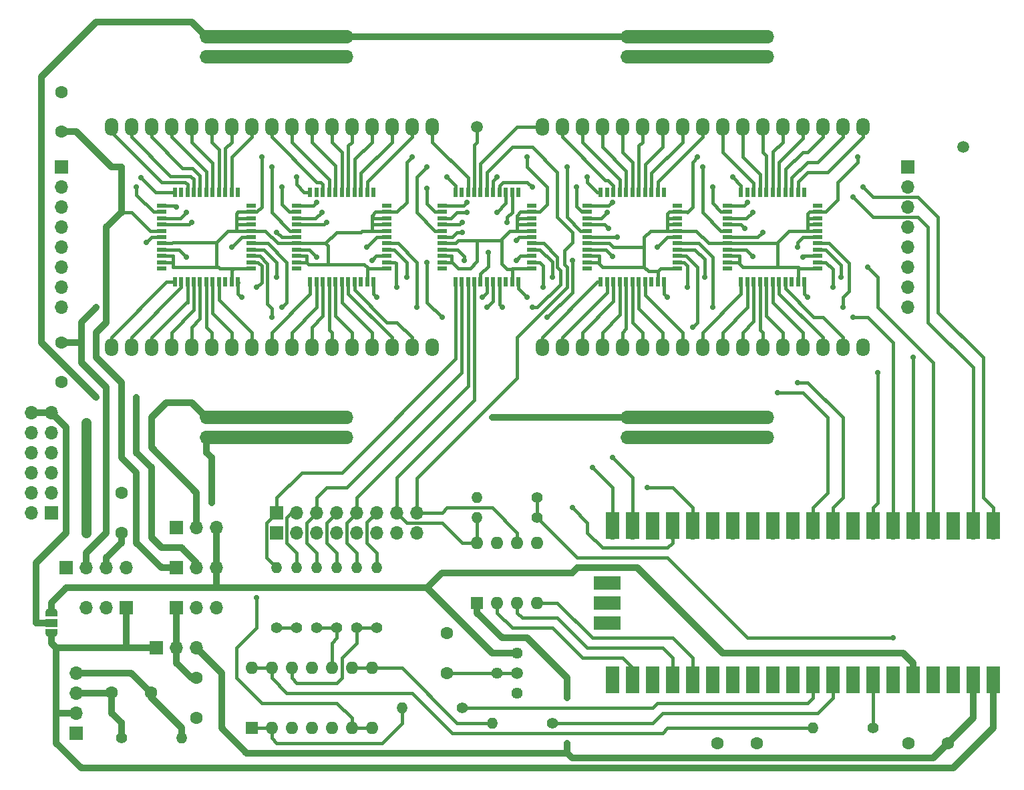
<source format=gbr>
%TF.GenerationSoftware,KiCad,Pcbnew,7.0.7*%
%TF.CreationDate,2025-01-28T12:58:33-05:00*%
%TF.ProjectId,cross-point-exp-brd-mini-smd,63726f73-732d-4706-9f69-6e742d657870,rev?*%
%TF.SameCoordinates,Original*%
%TF.FileFunction,Copper,L1,Top*%
%TF.FilePolarity,Positive*%
%FSLAX46Y46*%
G04 Gerber Fmt 4.6, Leading zero omitted, Abs format (unit mm)*
G04 Created by KiCad (PCBNEW 7.0.7) date 2025-01-28 12:58:33*
%MOMM*%
%LPD*%
G01*
G04 APERTURE LIST*
G04 Aperture macros list*
%AMFreePoly0*
4,1,19,0.550000,-0.750000,0.000000,-0.750000,0.000000,-0.744911,-0.071157,-0.744911,-0.207708,-0.704816,-0.327430,-0.627875,-0.420627,-0.520320,-0.479746,-0.390866,-0.500000,-0.250000,-0.500000,0.250000,-0.479746,0.390866,-0.420627,0.520320,-0.327430,0.627875,-0.207708,0.704816,-0.071157,0.744911,0.000000,0.744911,0.000000,0.750000,0.550000,0.750000,0.550000,-0.750000,0.550000,-0.750000,
$1*%
%AMFreePoly1*
4,1,19,0.000000,0.744911,0.071157,0.744911,0.207708,0.704816,0.327430,0.627875,0.420627,0.520320,0.479746,0.390866,0.500000,0.250000,0.500000,-0.250000,0.479746,-0.390866,0.420627,-0.520320,0.327430,-0.627875,0.207708,-0.704816,0.071157,-0.744911,0.000000,-0.744911,0.000000,-0.750000,-0.550000,-0.750000,-0.550000,0.750000,0.000000,0.750000,0.000000,0.744911,0.000000,0.744911,
$1*%
G04 Aperture macros list end*
%TA.AperFunction,ComponentPad*%
%ADD10C,1.600000*%
%TD*%
%TA.AperFunction,ComponentPad*%
%ADD11R,1.700000X1.700000*%
%TD*%
%TA.AperFunction,ComponentPad*%
%ADD12O,1.700000X1.700000*%
%TD*%
%TA.AperFunction,ComponentPad*%
%ADD13C,1.400000*%
%TD*%
%TA.AperFunction,ComponentPad*%
%ADD14O,1.400000X1.400000*%
%TD*%
%TA.AperFunction,ComponentPad*%
%ADD15C,1.500000*%
%TD*%
%TA.AperFunction,ComponentPad*%
%ADD16R,1.600000X1.600000*%
%TD*%
%TA.AperFunction,ComponentPad*%
%ADD17O,1.600000X1.600000*%
%TD*%
%TA.AperFunction,SMDPad,CuDef*%
%ADD18R,0.500000X1.200000*%
%TD*%
%TA.AperFunction,SMDPad,CuDef*%
%ADD19R,1.200000X0.500000*%
%TD*%
%TA.AperFunction,ComponentPad*%
%ADD20O,1.700000X2.300000*%
%TD*%
%TA.AperFunction,ComponentPad*%
%ADD21O,4.240000X1.700000*%
%TD*%
%TA.AperFunction,SMDPad,CuDef*%
%ADD22FreePoly0,270.000000*%
%TD*%
%TA.AperFunction,SMDPad,CuDef*%
%ADD23R,1.500000X1.000000*%
%TD*%
%TA.AperFunction,SMDPad,CuDef*%
%ADD24FreePoly1,270.000000*%
%TD*%
%TA.AperFunction,SMDPad,CuDef*%
%ADD25R,1.700000X3.500000*%
%TD*%
%TA.AperFunction,SMDPad,CuDef*%
%ADD26R,3.500000X1.700000*%
%TD*%
%TA.AperFunction,ComponentPad*%
%ADD27C,1.440000*%
%TD*%
%TA.AperFunction,ViaPad*%
%ADD28C,0.700001*%
%TD*%
%TA.AperFunction,Conductor*%
%ADD29C,0.406400*%
%TD*%
%TA.AperFunction,Conductor*%
%ADD30C,1.270000*%
%TD*%
%TA.AperFunction,Conductor*%
%ADD31C,0.812800*%
%TD*%
G04 APERTURE END LIST*
D10*
%TO.P,C2,1*%
%TO.N,Net-(DC1-Pin_4)*%
X93305000Y-134610000D03*
%TO.P,C2,2*%
%TO.N,Net-(DC1-Pin_3)*%
X88305000Y-134610000D03*
%TD*%
D11*
%TO.P,JVEE1,1,Pin_1*%
%TO.N,GND*%
X82550000Y-118745000D03*
D12*
%TO.P,JVEE1,2,Pin_2*%
%TO.N,VEE1*%
X85090000Y-118745000D03*
%TO.P,JVEE1,3,Pin_3*%
%TO.N,VEE*%
X87630000Y-118745000D03*
%TO.P,JVEE1,4,Pin_4*%
%TO.N,GND*%
X90170000Y-118745000D03*
%TD*%
D10*
%TO.P,C5,1*%
%TO.N,VDD1*%
X99060000Y-132755000D03*
%TO.P,C5,2*%
%TO.N,GND*%
X99060000Y-137755000D03*
%TD*%
%TO.P,C3,1*%
%TO.N,VEE*%
X89535000Y-114300000D03*
%TO.P,C3,2*%
%TO.N,GND*%
X89535000Y-109300000D03*
%TD*%
D13*
%TO.P,R9,1*%
%TO.N,Net-(U11D-+)*%
X119380000Y-126365000D03*
D14*
%TO.P,R9,2*%
%TO.N,CinH*%
X119380000Y-118745000D03*
%TD*%
D15*
%TO.P,TP6,1,1*%
%TO.N,Net-(U11B-+)*%
X139700000Y-132080000D03*
%TD*%
D10*
%TO.P,C8,1*%
%TO.N,GND*%
X81915000Y-95210000D03*
%TO.P,C8,2*%
%TO.N,VEE1*%
X81915000Y-90210000D03*
%TD*%
D13*
%TO.P,R12,1*%
%TO.N,Net-(DC1-Pin_3)*%
X89535000Y-140325000D03*
D14*
%TO.P,R12,2*%
%TO.N,Net-(DC1-Pin_4)*%
X97155000Y-140325000D03*
%TD*%
D16*
%TO.P,U10,1,Vdd*%
%TO.N,VSYS*%
X134620000Y-123190000D03*
D17*
%TO.P,U10,2,~{CS}*%
%TO.N,DACCS*%
X137160000Y-123190000D03*
%TO.P,U10,3,SCK*%
%TO.N,DACSCK*%
X139700000Y-123190000D03*
%TO.P,U10,4,SDI*%
%TO.N,DACDATA*%
X142240000Y-123190000D03*
%TO.P,U10,5,~{LDAC}*%
%TO.N,GND*%
X142240000Y-115570000D03*
%TO.P,U10,6,VB*%
%TO.N,DAC2OUT*%
X139700000Y-115570000D03*
%TO.P,U10,7,Vss*%
%TO.N,GND*%
X137160000Y-115570000D03*
%TO.P,U10,8,VA*%
%TO.N,DAC1OUT*%
X134620000Y-115570000D03*
%TD*%
D11*
%TO.P,JpVDD2,1,Pin_1*%
%TO.N,VDD1*%
X96520000Y-123825000D03*
D12*
%TO.P,JpVDD2,2,Pin_2*%
%TO.N,Net-(DC1-Pin_4)*%
X99060000Y-123825000D03*
%TO.P,JpVDD2,3,Pin_3*%
%TO.N,GND*%
X101600000Y-123825000D03*
%TD*%
D18*
%TO.P,U3,1,X14*%
%TO.N,CC14*%
X150320000Y-82535000D03*
%TO.P,U3,2,X15*%
%TO.N,CC15*%
X151120000Y-82535000D03*
%TO.P,U3,3,X6*%
%TO.N,CC6*%
X151920000Y-82535000D03*
%TO.P,U3,4,X7*%
%TO.N,CC7*%
X152720000Y-82535000D03*
%TO.P,U3,5,X8*%
%TO.N,CC8*%
X153520000Y-82535000D03*
%TO.P,U3,6,X9*%
%TO.N,CC9*%
X154320000Y-82535000D03*
%TO.P,U3,7,X10*%
%TO.N,CC10*%
X155120000Y-82535000D03*
%TO.P,U3,8,X11*%
%TO.N,CC11*%
X155920000Y-82535000D03*
%TO.P,U3,9*%
%TO.N,N/C*%
X156720000Y-82535000D03*
%TO.P,U3,10,P/_S*%
%TO.N,GND*%
X157520000Y-82535000D03*
%TO.P,U3,11,Y7*%
%TO.N,JP16*%
X158320000Y-82535000D03*
D19*
%TO.P,U3,12,VSS*%
%TO.N,GND*%
X160020000Y-80835000D03*
%TO.P,U3,13,Y6*%
%TO.N,JP15*%
X160020000Y-80035000D03*
%TO.P,U3,14,STB*%
%TO.N,CSC*%
X160020000Y-79235000D03*
%TO.P,U3,15,Y5*%
%TO.N,JP14*%
X160020000Y-78435000D03*
%TO.P,U3,16,VEE*%
%TO.N,VEE1*%
X160020000Y-77635000D03*
%TO.P,U3,17,Y4*%
%TO.N,JP13*%
X160020000Y-76835000D03*
%TO.P,U3,18,AX1*%
%TO.N,GND*%
X160020000Y-76035000D03*
%TO.P,U3,19,AX2*%
X160020000Y-75235000D03*
%TO.P,U3,20,AY0*%
X160020000Y-74435000D03*
%TO.P,U3,21,AY1*%
X160020000Y-73635000D03*
%TO.P,U3,22*%
%TO.N,N/C*%
X160020000Y-72835000D03*
D18*
%TO.P,U3,23*%
X158320000Y-71135000D03*
%TO.P,U3,24,X13*%
%TO.N,CC13*%
X157520000Y-71135000D03*
%TO.P,U3,25,X12*%
%TO.N,CC12*%
X156720000Y-71135000D03*
%TO.P,U3,26,X5*%
%TO.N,CC5*%
X155920000Y-71135000D03*
%TO.P,U3,27,X4*%
%TO.N,CC4*%
X155120000Y-71135000D03*
%TO.P,U3,28,X3*%
%TO.N,CC3*%
X154320000Y-71135000D03*
%TO.P,U3,29,X2*%
%TO.N,CC2*%
X153520000Y-71135000D03*
%TO.P,U3,30,X1*%
%TO.N,CC1*%
X152720000Y-71135000D03*
%TO.P,U3,31,X0*%
%TO.N,CC0*%
X151920000Y-71135000D03*
%TO.P,U3,32*%
%TO.N,N/C*%
X151120000Y-71135000D03*
%TO.P,U3,33,Y0*%
%TO.N,JP9*%
X150320000Y-71135000D03*
D19*
%TO.P,U3,34,CS/CLK*%
%TO.N,CLK*%
X148620000Y-72835000D03*
%TO.P,U3,35,Y1*%
%TO.N,JP10*%
X148620000Y-73635000D03*
%TO.P,U3,36,DATA*%
%TO.N,DATA*%
X148620000Y-74435000D03*
%TO.P,U3,37,Y2*%
%TO.N,JP11*%
X148620000Y-75235000D03*
%TO.P,U3,38,VDD*%
%TO.N,VDD1*%
X148620000Y-76035000D03*
%TO.P,U3,39,Y3*%
%TO.N,JP12*%
X148620000Y-76835000D03*
%TO.P,U3,40,AY2*%
%TO.N,GND*%
X148620000Y-77635000D03*
%TO.P,U3,41,RST*%
%TO.N,RST*%
X148620000Y-78435000D03*
%TO.P,U3,42,AX3*%
%TO.N,GND*%
X148620000Y-79235000D03*
%TO.P,U3,43,AX0*%
X148620000Y-80035000D03*
%TO.P,U3,44*%
%TO.N,N/C*%
X148620000Y-80835000D03*
%TD*%
D11*
%TO.P,J1,1,Pin_1*%
%TO.N,JP1*%
X81915000Y-67945000D03*
D12*
%TO.P,J1,2,Pin_2*%
%TO.N,JP2*%
X81915000Y-70485000D03*
%TO.P,J1,3,Pin_3*%
%TO.N,JP3*%
X81915000Y-73025000D03*
%TO.P,J1,4,Pin_4*%
%TO.N,JP4*%
X81915000Y-75565000D03*
%TO.P,J1,5,Pin_5*%
%TO.N,JP5*%
X81915000Y-78105000D03*
%TO.P,J1,6,Pin_6*%
%TO.N,JP6*%
X81915000Y-80645000D03*
%TO.P,J1,7,Pin_7*%
%TO.N,JP7*%
X81915000Y-83185000D03*
%TO.P,J1,8,Pin_8*%
%TO.N,JP8*%
X81915000Y-85725000D03*
%TD*%
D11*
%TO.P,J2,1,Pin_1*%
%TO.N,JP9*%
X189230000Y-67945000D03*
D12*
%TO.P,J2,2,Pin_2*%
%TO.N,JP10*%
X189230000Y-70485000D03*
%TO.P,J2,3,Pin_3*%
%TO.N,JP11*%
X189230000Y-73025000D03*
%TO.P,J2,4,Pin_4*%
%TO.N,JP12*%
X189230000Y-75565000D03*
%TO.P,J2,5,Pin_5*%
%TO.N,JP13*%
X189230000Y-78105000D03*
%TO.P,J2,6,Pin_6*%
%TO.N,JP14*%
X189230000Y-80645000D03*
%TO.P,J2,7,Pin_7*%
%TO.N,JP15*%
X189230000Y-83185000D03*
%TO.P,J2,8,Pin_8*%
%TO.N,JP16*%
X189230000Y-85725000D03*
%TD*%
D20*
%TO.P,J4,1,Pin_1*%
%TO.N,CC14*%
X142875000Y-90805000D03*
%TO.P,J4,2,Pin_2*%
%TO.N,CC15*%
X145415000Y-90805000D03*
%TO.P,J4,3,Pin_3*%
%TO.N,CC6*%
X147955000Y-90805000D03*
%TO.P,J4,4,Pin_4*%
%TO.N,CC7*%
X150495000Y-90805000D03*
%TO.P,J4,5,Pin_5*%
%TO.N,CC8*%
X153035000Y-90805000D03*
%TO.P,J4,6,Pin_6*%
%TO.N,CC9*%
X155575000Y-90805000D03*
%TO.P,J4,7,Pin_7*%
%TO.N,CC10*%
X158115000Y-90805000D03*
%TO.P,J4,8,Pin_8*%
%TO.N,CC11*%
X160655000Y-90805000D03*
%TO.P,J4,9,Pin_9*%
%TO.N,CD14*%
X163195000Y-90805000D03*
%TO.P,J4,10,Pin_10*%
%TO.N,CD15*%
X165735000Y-90805000D03*
%TO.P,J4,11,Pin_11*%
%TO.N,CD6*%
X168275000Y-90805000D03*
%TO.P,J4,12,Pin_12*%
%TO.N,CD7*%
X170815000Y-90805000D03*
%TO.P,J4,13,Pin_13*%
%TO.N,CD8*%
X173355000Y-90805000D03*
%TO.P,J4,14,Pin_14*%
%TO.N,CD9*%
X175895000Y-90805000D03*
%TO.P,J4,15,Pin_15*%
%TO.N,CD10*%
X178435000Y-90805000D03*
%TO.P,J4,16,Pin_16*%
%TO.N,CD11*%
X180975000Y-90805000D03*
%TO.P,J4,17,Pin_17*%
%TO.N,Net-(J4-Pin_17)*%
X183515000Y-90805000D03*
%TO.P,J4,18,Pin_18*%
%TO.N,CE2*%
X142875000Y-62865000D03*
%TO.P,J4,19,Pin_19*%
%TO.N,CC0*%
X145415000Y-62865000D03*
%TO.P,J4,20,Pin_20*%
%TO.N,CC1*%
X147955000Y-62865000D03*
%TO.P,J4,21,Pin_21*%
%TO.N,CC2*%
X150495000Y-62865000D03*
%TO.P,J4,22,Pin_22*%
%TO.N,CC3*%
X153035000Y-62865000D03*
%TO.P,J4,23,Pin_23*%
%TO.N,CC4*%
X155575000Y-62865000D03*
%TO.P,J4,24,Pin_24*%
%TO.N,CC5*%
X158115000Y-62865000D03*
%TO.P,J4,25,Pin_25*%
%TO.N,CC12*%
X160655000Y-62865000D03*
%TO.P,J4,26,Pin_26*%
%TO.N,CC13*%
X163195000Y-62865000D03*
%TO.P,J4,27,Pin_27*%
%TO.N,CD0*%
X165735000Y-62865000D03*
%TO.P,J4,28,Pin_28*%
%TO.N,CD1*%
X168275000Y-62865000D03*
%TO.P,J4,29,Pin_29*%
%TO.N,CD2*%
X170815000Y-62865000D03*
%TO.P,J4,30,Pin_30*%
%TO.N,CD3*%
X173355000Y-62865000D03*
%TO.P,J4,31,Pin_31*%
%TO.N,CD4*%
X175895000Y-62865000D03*
%TO.P,J4,32,Pin_32*%
%TO.N,CD5*%
X178435000Y-62865000D03*
%TO.P,J4,33,Pin_33*%
%TO.N,CD12*%
X180975000Y-62865000D03*
%TO.P,J4,34,Pin_34*%
%TO.N,CD13*%
X183515000Y-62865000D03*
%TD*%
D11*
%TO.P,DC1,1,Pin_1*%
%TO.N,GND*%
X83820000Y-139700000D03*
D12*
%TO.P,DC1,2,Pin_2*%
%TO.N,VBUS*%
X83820000Y-137160000D03*
%TO.P,DC1,3,Pin_3*%
%TO.N,Net-(DC1-Pin_3)*%
X83820000Y-134620000D03*
%TO.P,DC1,4,Pin_4*%
%TO.N,Net-(DC1-Pin_4)*%
X83820000Y-132080000D03*
%TD*%
D13*
%TO.P,R1,1*%
%TO.N,ADC0*%
X132715000Y-136525000D03*
D14*
%TO.P,R1,2*%
%TO.N,Net-(U11A--)*%
X125095000Y-136525000D03*
%TD*%
D10*
%TO.P,C1,1*%
%TO.N,Net-(U11B-+)*%
X130810000Y-132080000D03*
%TO.P,C1,2*%
%TO.N,GND*%
X130810000Y-127080000D03*
%TD*%
D13*
%TO.P,R8,1*%
%TO.N,Net-(U11D-+)*%
X121920000Y-126365000D03*
D14*
%TO.P,R8,2*%
%TO.N,CinL*%
X121920000Y-118745000D03*
%TD*%
D12*
%TO.P,J5,1,Pin_1*%
%TO.N,GND*%
X100330000Y-53975000D03*
D21*
X101600000Y-53975000D03*
X104140000Y-53975000D03*
X106680000Y-53975000D03*
X109220000Y-53975000D03*
X111760000Y-53975000D03*
X114300000Y-53975000D03*
X116840000Y-53975000D03*
D12*
%TO.P,J5,2,Pin_2*%
%TO.N,VDD*%
X100330000Y-51435000D03*
D21*
X101600000Y-51435000D03*
X104140000Y-51435000D03*
X106680000Y-51435000D03*
X109220000Y-51435000D03*
X111760000Y-51435000D03*
X114300000Y-51435000D03*
X116840000Y-51435000D03*
%TO.P,J5,3,Pin_3*%
%TO.N,GND*%
X154940000Y-53975000D03*
X157480000Y-53975000D03*
X160020000Y-53975000D03*
X162560000Y-53975000D03*
X165100000Y-53975000D03*
X167640000Y-53975000D03*
X170180000Y-53975000D03*
D12*
X171450000Y-53975000D03*
D21*
%TO.P,J5,4,Pin_4*%
%TO.N,VDD*%
X154940000Y-51435000D03*
X157480000Y-51435000D03*
X160020000Y-51435000D03*
X162560000Y-51435000D03*
X165100000Y-51435000D03*
X167640000Y-51435000D03*
X170180000Y-51435000D03*
D12*
X171450000Y-51435000D03*
%TD*%
%TO.P,J6,1,Pin_1*%
%TO.N,VEE*%
X100330000Y-102235000D03*
D21*
X101600000Y-102235000D03*
X104140000Y-102235000D03*
X106680000Y-102235000D03*
X109220000Y-102235000D03*
X111760000Y-102235000D03*
X114300000Y-102235000D03*
X116840000Y-102235000D03*
D12*
%TO.P,J6,2,Pin_2*%
%TO.N,VCC*%
X100330000Y-99695000D03*
D21*
X101600000Y-99695000D03*
X104140000Y-99695000D03*
X106680000Y-99695000D03*
X109220000Y-99695000D03*
X111760000Y-99695000D03*
X114300000Y-99695000D03*
X116840000Y-99695000D03*
%TO.P,J6,3,Pin_3*%
%TO.N,VEE*%
X154940000Y-102235000D03*
X157480000Y-102235000D03*
X160020000Y-102235000D03*
X162560000Y-102235000D03*
X165100000Y-102235000D03*
X167640000Y-102235000D03*
X170180000Y-102235000D03*
D12*
X171450000Y-102235000D03*
D21*
%TO.P,J6,4,Pin_4*%
%TO.N,VCC*%
X154940000Y-99695000D03*
X157480000Y-99695000D03*
X160020000Y-99695000D03*
X162560000Y-99695000D03*
X165100000Y-99695000D03*
X167640000Y-99695000D03*
X170180000Y-99695000D03*
D12*
X171450000Y-99695000D03*
%TD*%
D13*
%TO.P,R6,1*%
%TO.N,Net-(U11C-+)*%
X116840000Y-126365000D03*
D14*
%TO.P,R6,2*%
%TO.N,BinL*%
X116840000Y-118745000D03*
%TD*%
D13*
%TO.P,R4,1*%
%TO.N,Net-(U11A-+)*%
X111760000Y-126365000D03*
D14*
%TO.P,R4,2*%
%TO.N,AinL*%
X111760000Y-118745000D03*
%TD*%
D11*
%TO.P,JpVDD1,1,Pin_1*%
%TO.N,VBUS*%
X93980000Y-128905000D03*
D12*
%TO.P,JpVDD1,2,Pin_2*%
%TO.N,VDD1*%
X96520000Y-128905000D03*
%TO.P,JpVDD1,3,Pin_3*%
%TO.N,VSYS*%
X99060000Y-128905000D03*
%TD*%
D11*
%TO.P,J8,1,Pin_1*%
%TO.N,V165*%
X109220000Y-114300000D03*
D12*
%TO.P,J8,2,Pin_2*%
X111760000Y-114300000D03*
%TO.P,J8,3,Pin_3*%
X114300000Y-114300000D03*
%TO.P,J8,4,Pin_4*%
X116840000Y-114300000D03*
%TO.P,J8,5,Pin_5*%
X119380000Y-114300000D03*
%TO.P,J8,6,Pin_6*%
X121920000Y-114300000D03*
%TO.P,J8,7,Pin_7*%
%TO.N,GND*%
X124460000Y-114300000D03*
%TO.P,J8,8,Pin_8*%
X127000000Y-114300000D03*
%TD*%
D11*
%TO.P,JpVDD5,1,Pin_1*%
%TO.N,VDD1*%
X96520000Y-118745000D03*
D12*
%TO.P,JpVDD5,2,Pin_2*%
%TO.N,VDD*%
X99060000Y-118745000D03*
%TO.P,JpVDD5,3,Pin_3*%
%TO.N,V3P3*%
X101600000Y-118745000D03*
%TD*%
D22*
%TO.P,JP1,1,A*%
%TO.N,V3P3*%
X80645000Y-124430000D03*
D23*
%TO.P,JP1,2,C*%
%TO.N,Net-(JP1-C)*%
X80645000Y-125730000D03*
D24*
%TO.P,JP1,3,B*%
%TO.N,VBUS*%
X80645000Y-127030000D03*
%TD*%
D20*
%TO.P,J3,1,Pin_1*%
%TO.N,CA14*%
X88265000Y-90805000D03*
%TO.P,J3,2,Pin_2*%
%TO.N,CA15*%
X90805000Y-90805000D03*
%TO.P,J3,3,Pin_3*%
%TO.N,CA6*%
X93345000Y-90805000D03*
%TO.P,J3,4,Pin_4*%
%TO.N,CA7*%
X95885000Y-90805000D03*
%TO.P,J3,5,Pin_5*%
%TO.N,CA8*%
X98425000Y-90805000D03*
%TO.P,J3,6,Pin_6*%
%TO.N,CA9*%
X100965000Y-90805000D03*
%TO.P,J3,7,Pin_7*%
%TO.N,CA10*%
X103505000Y-90805000D03*
%TO.P,J3,8,Pin_8*%
%TO.N,CA11*%
X106045000Y-90805000D03*
%TO.P,J3,9,Pin_9*%
%TO.N,CB14*%
X108585000Y-90805000D03*
%TO.P,J3,10,Pin_10*%
%TO.N,CB15*%
X111125000Y-90805000D03*
%TO.P,J3,11,Pin_11*%
%TO.N,CB6*%
X113665000Y-90805000D03*
%TO.P,J3,12,Pin_12*%
%TO.N,CB7*%
X116205000Y-90805000D03*
%TO.P,J3,13,Pin_13*%
%TO.N,CB8*%
X118745000Y-90805000D03*
%TO.P,J3,14,Pin_14*%
%TO.N,CB9*%
X121285000Y-90805000D03*
%TO.P,J3,15,Pin_15*%
%TO.N,CB10*%
X123825000Y-90805000D03*
%TO.P,J3,16,Pin_16*%
%TO.N,CB11*%
X126365000Y-90805000D03*
%TO.P,J3,17,Pin_17*%
%TO.N,Net-(J3-Pin_17)*%
X128905000Y-90805000D03*
%TO.P,J3,18,Pin_18*%
%TO.N,CA0*%
X88265000Y-62865000D03*
%TO.P,J3,19,Pin_19*%
%TO.N,CA1*%
X90805000Y-62865000D03*
%TO.P,J3,20,Pin_20*%
%TO.N,CA2*%
X93345000Y-62865000D03*
%TO.P,J3,21,Pin_21*%
%TO.N,CA3*%
X95885000Y-62865000D03*
%TO.P,J3,22,Pin_22*%
%TO.N,CA4*%
X98425000Y-62865000D03*
%TO.P,J3,23,Pin_23*%
%TO.N,CA5*%
X100965000Y-62865000D03*
%TO.P,J3,24,Pin_24*%
%TO.N,CA12*%
X103505000Y-62865000D03*
%TO.P,J3,25,Pin_25*%
%TO.N,CA13*%
X106045000Y-62865000D03*
%TO.P,J3,26,Pin_26*%
%TO.N,CB0*%
X108585000Y-62865000D03*
%TO.P,J3,27,Pin_27*%
%TO.N,CB1*%
X111125000Y-62865000D03*
%TO.P,J3,28,Pin_28*%
%TO.N,CB2*%
X113665000Y-62865000D03*
%TO.P,J3,29,Pin_29*%
%TO.N,CB3*%
X116205000Y-62865000D03*
%TO.P,J3,30,Pin_30*%
%TO.N,CB4*%
X118745000Y-62865000D03*
%TO.P,J3,31,Pin_31*%
%TO.N,CB5*%
X121285000Y-62865000D03*
%TO.P,J3,32,Pin_32*%
%TO.N,CB12*%
X123825000Y-62865000D03*
%TO.P,J3,33,Pin_33*%
%TO.N,CB13*%
X126365000Y-62865000D03*
%TO.P,J3,34,Pin_34*%
%TO.N,CE0*%
X128905000Y-62865000D03*
%TD*%
D18*
%TO.P,U1,1,X14*%
%TO.N,CA14*%
X96315000Y-82535000D03*
%TO.P,U1,2,X15*%
%TO.N,CA15*%
X97115000Y-82535000D03*
%TO.P,U1,3,X6*%
%TO.N,CA6*%
X97915000Y-82535000D03*
%TO.P,U1,4,X7*%
%TO.N,CA7*%
X98715000Y-82535000D03*
%TO.P,U1,5,X8*%
%TO.N,CA8*%
X99515000Y-82535000D03*
%TO.P,U1,6,X9*%
%TO.N,CA9*%
X100315000Y-82535000D03*
%TO.P,U1,7,X10*%
%TO.N,CA10*%
X101115000Y-82535000D03*
%TO.P,U1,8,X11*%
%TO.N,CA11*%
X101915000Y-82535000D03*
%TO.P,U1,9*%
%TO.N,N/C*%
X102715000Y-82535000D03*
%TO.P,U1,10,P/_S*%
%TO.N,GND*%
X103515000Y-82535000D03*
%TO.P,U1,11,Y7*%
%TO.N,JP8*%
X104315000Y-82535000D03*
D19*
%TO.P,U1,12,VSS*%
%TO.N,GND*%
X106015000Y-80835000D03*
%TO.P,U1,13,Y6*%
%TO.N,JP7*%
X106015000Y-80035000D03*
%TO.P,U1,14,STB*%
%TO.N,CSA*%
X106015000Y-79235000D03*
%TO.P,U1,15,Y5*%
%TO.N,JP6*%
X106015000Y-78435000D03*
%TO.P,U1,16,VEE*%
%TO.N,VEE1*%
X106015000Y-77635000D03*
%TO.P,U1,17,Y4*%
%TO.N,JP5*%
X106015000Y-76835000D03*
%TO.P,U1,18,AX1*%
%TO.N,GND*%
X106015000Y-76035000D03*
%TO.P,U1,19,AX2*%
X106015000Y-75235000D03*
%TO.P,U1,20,AY0*%
X106015000Y-74435000D03*
%TO.P,U1,21,AY1*%
X106015000Y-73635000D03*
%TO.P,U1,22*%
%TO.N,N/C*%
X106015000Y-72835000D03*
D18*
%TO.P,U1,23*%
X104315000Y-71135000D03*
%TO.P,U1,24,X13*%
%TO.N,CA13*%
X103515000Y-71135000D03*
%TO.P,U1,25,X12*%
%TO.N,CA12*%
X102715000Y-71135000D03*
%TO.P,U1,26,X5*%
%TO.N,CA5*%
X101915000Y-71135000D03*
%TO.P,U1,27,X4*%
%TO.N,CA4*%
X101115000Y-71135000D03*
%TO.P,U1,28,X3*%
%TO.N,CA3*%
X100315000Y-71135000D03*
%TO.P,U1,29,X2*%
%TO.N,CA2*%
X99515000Y-71135000D03*
%TO.P,U1,30,X1*%
%TO.N,CA1*%
X98715000Y-71135000D03*
%TO.P,U1,31,X0*%
%TO.N,CA0*%
X97915000Y-71135000D03*
%TO.P,U1,32*%
%TO.N,N/C*%
X97115000Y-71135000D03*
%TO.P,U1,33,Y0*%
%TO.N,JP1*%
X96315000Y-71135000D03*
D19*
%TO.P,U1,34,CS/CLK*%
%TO.N,CLK*%
X94615000Y-72835000D03*
%TO.P,U1,35,Y1*%
%TO.N,JP2*%
X94615000Y-73635000D03*
%TO.P,U1,36,DATA*%
%TO.N,DATA*%
X94615000Y-74435000D03*
%TO.P,U1,37,Y2*%
%TO.N,JP3*%
X94615000Y-75235000D03*
%TO.P,U1,38,VDD*%
%TO.N,VDD1*%
X94615000Y-76035000D03*
%TO.P,U1,39,Y3*%
%TO.N,JP4*%
X94615000Y-76835000D03*
%TO.P,U1,40,AY2*%
%TO.N,GND*%
X94615000Y-77635000D03*
%TO.P,U1,41,RST*%
%TO.N,RST*%
X94615000Y-78435000D03*
%TO.P,U1,42,AX3*%
%TO.N,GND*%
X94615000Y-79235000D03*
%TO.P,U1,43,AX0*%
X94615000Y-80035000D03*
%TO.P,U1,44*%
%TO.N,N/C*%
X94615000Y-80835000D03*
%TD*%
D13*
%TO.P,R2,1*%
%TO.N,ADC1*%
X144145000Y-138430000D03*
D14*
%TO.P,R2,2*%
%TO.N,Net-(U11C--)*%
X136525000Y-138430000D03*
%TD*%
D11*
%TO.P,J7,1,Pin_1*%
%TO.N,AinH*%
X109220000Y-111760000D03*
D12*
%TO.P,J7,2,Pin_2*%
%TO.N,AinL*%
X111760000Y-111760000D03*
%TO.P,J7,3,Pin_3*%
%TO.N,BinH*%
X114300000Y-111760000D03*
%TO.P,J7,4,Pin_4*%
%TO.N,BinL*%
X116840000Y-111760000D03*
%TO.P,J7,5,Pin_5*%
%TO.N,CinH*%
X119380000Y-111760000D03*
%TO.P,J7,6,Pin_6*%
%TO.N,CinL*%
X121920000Y-111760000D03*
%TO.P,J7,7,Pin_7*%
%TO.N,DAC1OUT*%
X124460000Y-111760000D03*
%TO.P,J7,8,Pin_8*%
%TO.N,DAC2OUT*%
X127000000Y-111760000D03*
%TD*%
D10*
%TO.P,C6,1*%
%TO.N,VSYS*%
X194310000Y-140970000D03*
%TO.P,C6,2*%
%TO.N,GND*%
X189310000Y-140970000D03*
%TD*%
D15*
%TO.P,CE1,1,1*%
%TO.N,CE1*%
X134620000Y-62865000D03*
%TD*%
D16*
%TO.P,U11,1*%
%TO.N,Net-(U11A--)*%
X106045000Y-139065000D03*
D17*
%TO.P,U11,2,-*%
X108585000Y-139065000D03*
%TO.P,U11,3,+*%
%TO.N,Net-(U11A-+)*%
X111125000Y-139065000D03*
%TO.P,U11,4,V+*%
%TO.N,VSYS*%
X113665000Y-139065000D03*
%TO.P,U11,5,+*%
%TO.N,Net-(U11B-+)*%
X116205000Y-139065000D03*
%TO.P,U11,6,-*%
%TO.N,V165*%
X118745000Y-139065000D03*
%TO.P,U11,7*%
X121285000Y-139065000D03*
%TO.P,U11,8*%
%TO.N,Net-(U11C--)*%
X121285000Y-131445000D03*
%TO.P,U11,9,-*%
X118745000Y-131445000D03*
%TO.P,U11,10,+*%
%TO.N,Net-(U11C-+)*%
X116205000Y-131445000D03*
%TO.P,U11,11,V-*%
%TO.N,GND*%
X113665000Y-131445000D03*
%TO.P,U11,12,+*%
%TO.N,Net-(U11D-+)*%
X111125000Y-131445000D03*
%TO.P,U11,13,-*%
%TO.N,Net-(U11D--)*%
X108585000Y-131445000D03*
%TO.P,U11,14*%
X106045000Y-131445000D03*
%TD*%
D13*
%TO.P,R3,1*%
%TO.N,ADC2*%
X184785000Y-139065000D03*
D14*
%TO.P,R3,2*%
%TO.N,Net-(U11D--)*%
X177165000Y-139065000D03*
%TD*%
D18*
%TO.P,U2,1,X14*%
%TO.N,CB14*%
X113490000Y-82535000D03*
%TO.P,U2,2,X15*%
%TO.N,CB15*%
X114290000Y-82535000D03*
%TO.P,U2,3,X6*%
%TO.N,CB6*%
X115090000Y-82535000D03*
%TO.P,U2,4,X7*%
%TO.N,CB7*%
X115890000Y-82535000D03*
%TO.P,U2,5,X8*%
%TO.N,CB8*%
X116690000Y-82535000D03*
%TO.P,U2,6,X9*%
%TO.N,CB9*%
X117490000Y-82535000D03*
%TO.P,U2,7,X10*%
%TO.N,CB10*%
X118290000Y-82535000D03*
%TO.P,U2,8,X11*%
%TO.N,CB11*%
X119090000Y-82535000D03*
%TO.P,U2,9*%
%TO.N,N/C*%
X119890000Y-82535000D03*
%TO.P,U2,10,P/_S*%
%TO.N,GND*%
X120690000Y-82535000D03*
%TO.P,U2,11,Y7*%
%TO.N,JP8*%
X121490000Y-82535000D03*
D19*
%TO.P,U2,12,VSS*%
%TO.N,GND*%
X123190000Y-80835000D03*
%TO.P,U2,13,Y6*%
%TO.N,JP7*%
X123190000Y-80035000D03*
%TO.P,U2,14,STB*%
%TO.N,CSB*%
X123190000Y-79235000D03*
%TO.P,U2,15,Y5*%
%TO.N,JP6*%
X123190000Y-78435000D03*
%TO.P,U2,16,VEE*%
%TO.N,VEE1*%
X123190000Y-77635000D03*
%TO.P,U2,17,Y4*%
%TO.N,JP5*%
X123190000Y-76835000D03*
%TO.P,U2,18,AX1*%
%TO.N,GND*%
X123190000Y-76035000D03*
%TO.P,U2,19,AX2*%
X123190000Y-75235000D03*
%TO.P,U2,20,AY0*%
X123190000Y-74435000D03*
%TO.P,U2,21,AY1*%
X123190000Y-73635000D03*
%TO.P,U2,22*%
%TO.N,N/C*%
X123190000Y-72835000D03*
D18*
%TO.P,U2,23*%
X121490000Y-71135000D03*
%TO.P,U2,24,X13*%
%TO.N,CB13*%
X120690000Y-71135000D03*
%TO.P,U2,25,X12*%
%TO.N,CB12*%
X119890000Y-71135000D03*
%TO.P,U2,26,X5*%
%TO.N,CB5*%
X119090000Y-71135000D03*
%TO.P,U2,27,X4*%
%TO.N,CB4*%
X118290000Y-71135000D03*
%TO.P,U2,28,X3*%
%TO.N,CB3*%
X117490000Y-71135000D03*
%TO.P,U2,29,X2*%
%TO.N,CB2*%
X116690000Y-71135000D03*
%TO.P,U2,30,X1*%
%TO.N,CB1*%
X115890000Y-71135000D03*
%TO.P,U2,31,X0*%
%TO.N,CB0*%
X115090000Y-71135000D03*
%TO.P,U2,32*%
%TO.N,N/C*%
X114290000Y-71135000D03*
%TO.P,U2,33,Y0*%
%TO.N,JP1*%
X113490000Y-71135000D03*
D19*
%TO.P,U2,34,CS/CLK*%
%TO.N,CLK*%
X111790000Y-72835000D03*
%TO.P,U2,35,Y1*%
%TO.N,JP2*%
X111790000Y-73635000D03*
%TO.P,U2,36,DATA*%
%TO.N,DATA*%
X111790000Y-74435000D03*
%TO.P,U2,37,Y2*%
%TO.N,JP3*%
X111790000Y-75235000D03*
%TO.P,U2,38,VDD*%
%TO.N,VDD1*%
X111790000Y-76035000D03*
%TO.P,U2,39,Y3*%
%TO.N,JP4*%
X111790000Y-76835000D03*
%TO.P,U2,40,AY2*%
%TO.N,GND*%
X111790000Y-77635000D03*
%TO.P,U2,41,RST*%
%TO.N,RST*%
X111790000Y-78435000D03*
%TO.P,U2,42,AX3*%
%TO.N,GND*%
X111790000Y-79235000D03*
%TO.P,U2,43,AX0*%
X111790000Y-80035000D03*
%TO.P,U2,44*%
%TO.N,N/C*%
X111790000Y-80835000D03*
%TD*%
D11*
%TO.P,PMOD1,1,Pin_1*%
%TO.N,CS*%
X80645000Y-111760000D03*
D12*
%TO.P,PMOD1,2,Pin_2*%
%TO.N,MOSI*%
X80645000Y-106680000D03*
%TO.P,PMOD1,3,Pin_3*%
%TO.N,MISO*%
X80645000Y-109220000D03*
%TO.P,PMOD1,4,Pin_4*%
%TO.N,SCK*%
X80645000Y-104140000D03*
%TO.P,PMOD1,5,Pin_5*%
%TO.N,GND*%
X80645000Y-101600000D03*
%TO.P,PMOD1,6,Pin_6*%
%TO.N,Net-(JP1-C)*%
X80645000Y-99060000D03*
%TO.P,PMOD1,7,Pin_7*%
%TO.N,GPIO11*%
X78105000Y-111760000D03*
%TO.P,PMOD1,8,Pin_8*%
%TO.N,GPIO10*%
X78105000Y-109220000D03*
%TO.P,PMOD1,9,Pin_9*%
%TO.N,GPIO9*%
X78105000Y-106680000D03*
%TO.P,PMOD1,10,Pin_10*%
%TO.N,GPIO8*%
X78105000Y-104140000D03*
%TO.P,PMOD1,11,Pin_11*%
%TO.N,GND*%
X78105000Y-101600000D03*
%TO.P,PMOD1,12,Pin_12*%
%TO.N,Net-(JP1-C)*%
X78105000Y-99060000D03*
%TD*%
D13*
%TO.P,R11,1*%
%TO.N,ADC3*%
X142240000Y-109855000D03*
D14*
%TO.P,R11,2*%
%TO.N,GND*%
X134620000Y-109855000D03*
%TD*%
D11*
%TO.P,JpVDD4,1,Pin_1*%
%TO.N,GND*%
X96520000Y-113665000D03*
D12*
%TO.P,JpVDD4,2,Pin_2*%
%TO.N,VCC*%
X99060000Y-113665000D03*
%TO.P,JpVDD4,3,Pin_3*%
%TO.N,V3P3*%
X101600000Y-113665000D03*
%TD*%
%TO.P,U9,1,GPIO0*%
%TO.N,CLK*%
X200025000Y-114300000D03*
D25*
X200025000Y-113400000D03*
D12*
%TO.P,U9,2,GPIO1*%
%TO.N,DATA*%
X197485000Y-114300000D03*
D25*
X197485000Y-113400000D03*
D11*
%TO.P,U9,3,GND*%
%TO.N,GND*%
X194945000Y-114300000D03*
D25*
X194945000Y-113400000D03*
D12*
%TO.P,U9,4,GPIO2*%
%TO.N,RST*%
X192405000Y-114300000D03*
D25*
X192405000Y-113400000D03*
D12*
%TO.P,U9,5,GPIO3*%
%TO.N,CSD*%
X189865000Y-114300000D03*
D25*
X189865000Y-113400000D03*
D12*
%TO.P,U9,6,GPIO4*%
%TO.N,CSE*%
X187325000Y-114300000D03*
D25*
X187325000Y-113400000D03*
D12*
%TO.P,U9,7,GPIO5*%
%TO.N,CSC*%
X184785000Y-114300000D03*
D25*
X184785000Y-113400000D03*
D11*
%TO.P,U9,8,GND*%
%TO.N,GND*%
X182245000Y-114300000D03*
D25*
X182245000Y-113400000D03*
D12*
%TO.P,U9,9,GPIO6*%
%TO.N,CSB*%
X179705000Y-114300000D03*
D25*
X179705000Y-113400000D03*
D12*
%TO.P,U9,10,GPIO7*%
%TO.N,CSA*%
X177165000Y-114300000D03*
D25*
X177165000Y-113400000D03*
D12*
%TO.P,U9,11,GPIO8*%
%TO.N,GPIO8*%
X174625000Y-114300000D03*
D25*
X174625000Y-113400000D03*
D12*
%TO.P,U9,12,GPIO9*%
%TO.N,GPIO9*%
X172085000Y-114300000D03*
D25*
X172085000Y-113400000D03*
D11*
%TO.P,U9,13,GND*%
%TO.N,GND*%
X169545000Y-114300000D03*
D25*
X169545000Y-113400000D03*
D12*
%TO.P,U9,14,GPIO10*%
%TO.N,GPIO10*%
X167005000Y-114300000D03*
D25*
X167005000Y-113400000D03*
D12*
%TO.P,U9,15,GPIO11*%
%TO.N,GPIO11*%
X164465000Y-114300000D03*
D25*
X164465000Y-113400000D03*
D12*
%TO.P,U9,16,GPIO12*%
%TO.N,MISO*%
X161925000Y-114300000D03*
D25*
X161925000Y-113400000D03*
D12*
%TO.P,U9,17,GPIO13*%
%TO.N,CS*%
X159385000Y-114300000D03*
D25*
X159385000Y-113400000D03*
D11*
%TO.P,U9,18,GND*%
%TO.N,GND*%
X156845000Y-114300000D03*
D25*
X156845000Y-113400000D03*
D12*
%TO.P,U9,19,GPIO14*%
%TO.N,SCK*%
X154305000Y-114300000D03*
D25*
X154305000Y-113400000D03*
D12*
%TO.P,U9,20,GPIO15*%
%TO.N,MOSI*%
X151765000Y-114300000D03*
D25*
X151765000Y-113400000D03*
D12*
%TO.P,U9,21,GPIO16*%
%TO.N,unconnected-(U9-GPIO16-Pad21)*%
X151765000Y-132080000D03*
D25*
X151765000Y-132980000D03*
D12*
%TO.P,U9,22,GPIO17*%
%TO.N,DACCS*%
X154305000Y-132080000D03*
D25*
X154305000Y-132980000D03*
D11*
%TO.P,U9,23,GND*%
%TO.N,GND*%
X156845000Y-132080000D03*
D25*
X156845000Y-132980000D03*
D12*
%TO.P,U9,24,GPIO18*%
%TO.N,DACSCK*%
X159385000Y-132080000D03*
D25*
X159385000Y-132980000D03*
D12*
%TO.P,U9,25,GPIO19*%
%TO.N,DACDATA*%
X161925000Y-132080000D03*
D25*
X161925000Y-132980000D03*
D12*
%TO.P,U9,26,GPIO20*%
%TO.N,unconnected-(U9-GPIO20-Pad26)*%
X164465000Y-132080000D03*
D25*
X164465000Y-132980000D03*
D12*
%TO.P,U9,27,GPIO21*%
%TO.N,unconnected-(U9-GPIO21-Pad27)*%
X167005000Y-132080000D03*
D25*
X167005000Y-132980000D03*
D11*
%TO.P,U9,28,GND*%
%TO.N,GND*%
X169545000Y-132080000D03*
D25*
X169545000Y-132980000D03*
D12*
%TO.P,U9,29,GPIO22*%
%TO.N,unconnected-(U9-GPIO22-Pad29)*%
X172085000Y-132080000D03*
D25*
X172085000Y-132980000D03*
D12*
%TO.P,U9,30,RUN*%
%TO.N,unconnected-(U9-RUN-Pad30)*%
X174625000Y-132080000D03*
D25*
X174625000Y-132980000D03*
D12*
%TO.P,U9,31,GPIO26_ADC0*%
%TO.N,ADC0*%
X177165000Y-132080000D03*
D25*
X177165000Y-132980000D03*
D12*
%TO.P,U9,32,GPIO27_ADC1*%
%TO.N,ADC1*%
X179705000Y-132080000D03*
D25*
X179705000Y-132980000D03*
D11*
%TO.P,U9,33,AGND*%
%TO.N,GND*%
X182245000Y-132080000D03*
D25*
X182245000Y-132980000D03*
D12*
%TO.P,U9,34,GPIO28_ADC2*%
%TO.N,ADC2*%
X184785000Y-132080000D03*
D25*
X184785000Y-132980000D03*
D12*
%TO.P,U9,35,ADC_VREF*%
%TO.N,ADC3*%
X187325000Y-132080000D03*
D25*
X187325000Y-132980000D03*
D12*
%TO.P,U9,36,3V3*%
%TO.N,V3P3*%
X189865000Y-132080000D03*
D25*
X189865000Y-132980000D03*
D12*
%TO.P,U9,37,3V3_EN*%
%TO.N,unconnected-(U9-3V3_EN-Pad37)*%
X192405000Y-132080000D03*
D25*
X192405000Y-132980000D03*
D11*
%TO.P,U9,38,GND*%
%TO.N,GND*%
X194945000Y-132080000D03*
D25*
X194945000Y-132980000D03*
D12*
%TO.P,U9,39,VSYS*%
%TO.N,VSYS*%
X197485000Y-132080000D03*
D25*
X197485000Y-132980000D03*
D12*
%TO.P,U9,40,VBUS*%
%TO.N,VBUS*%
X200025000Y-132080000D03*
D25*
X200025000Y-132980000D03*
D12*
%TO.P,U9,41,SWCLK*%
%TO.N,unconnected-(U9-SWCLK-Pad41)*%
X151995000Y-120650000D03*
D26*
X151095000Y-120650000D03*
D11*
%TO.P,U9,42,GND*%
%TO.N,unconnected-(U9-GND-Pad42)*%
X151995000Y-123190000D03*
D26*
X151095000Y-123190000D03*
D12*
%TO.P,U9,43,SWDIO*%
%TO.N,unconnected-(U9-SWDIO-Pad43)*%
X151995000Y-125730000D03*
D26*
X151095000Y-125730000D03*
%TD*%
D10*
%TO.P,C4,1*%
%TO.N,VBUS*%
X170100000Y-140970000D03*
%TO.P,C4,2*%
%TO.N,GND*%
X165100000Y-140970000D03*
%TD*%
D18*
%TO.P,U4,1,X14*%
%TO.N,CD14*%
X168100000Y-82535000D03*
%TO.P,U4,2,X15*%
%TO.N,CD15*%
X168900000Y-82535000D03*
%TO.P,U4,3,X6*%
%TO.N,CD6*%
X169700000Y-82535000D03*
%TO.P,U4,4,X7*%
%TO.N,CD7*%
X170500000Y-82535000D03*
%TO.P,U4,5,X8*%
%TO.N,CD8*%
X171300000Y-82535000D03*
%TO.P,U4,6,X9*%
%TO.N,CD9*%
X172100000Y-82535000D03*
%TO.P,U4,7,X10*%
%TO.N,CD10*%
X172900000Y-82535000D03*
%TO.P,U4,8,X11*%
%TO.N,CD11*%
X173700000Y-82535000D03*
%TO.P,U4,9*%
%TO.N,N/C*%
X174500000Y-82535000D03*
%TO.P,U4,10,P/_S*%
%TO.N,GND*%
X175300000Y-82535000D03*
%TO.P,U4,11,Y7*%
%TO.N,JP16*%
X176100000Y-82535000D03*
D19*
%TO.P,U4,12,VSS*%
%TO.N,GND*%
X177800000Y-80835000D03*
%TO.P,U4,13,Y6*%
%TO.N,JP15*%
X177800000Y-80035000D03*
%TO.P,U4,14,STB*%
%TO.N,CSD*%
X177800000Y-79235000D03*
%TO.P,U4,15,Y5*%
%TO.N,JP14*%
X177800000Y-78435000D03*
%TO.P,U4,16,VEE*%
%TO.N,VEE1*%
X177800000Y-77635000D03*
%TO.P,U4,17,Y4*%
%TO.N,JP13*%
X177800000Y-76835000D03*
%TO.P,U4,18,AX1*%
%TO.N,GND*%
X177800000Y-76035000D03*
%TO.P,U4,19,AX2*%
X177800000Y-75235000D03*
%TO.P,U4,20,AY0*%
X177800000Y-74435000D03*
%TO.P,U4,21,AY1*%
X177800000Y-73635000D03*
%TO.P,U4,22*%
%TO.N,N/C*%
X177800000Y-72835000D03*
D18*
%TO.P,U4,23*%
X176100000Y-71135000D03*
%TO.P,U4,24,X13*%
%TO.N,CD13*%
X175300000Y-71135000D03*
%TO.P,U4,25,X12*%
%TO.N,CD12*%
X174500000Y-71135000D03*
%TO.P,U4,26,X5*%
%TO.N,CD5*%
X173700000Y-71135000D03*
%TO.P,U4,27,X4*%
%TO.N,CD4*%
X172900000Y-71135000D03*
%TO.P,U4,28,X3*%
%TO.N,CD3*%
X172100000Y-71135000D03*
%TO.P,U4,29,X2*%
%TO.N,CD2*%
X171300000Y-71135000D03*
%TO.P,U4,30,X1*%
%TO.N,CD1*%
X170500000Y-71135000D03*
%TO.P,U4,31,X0*%
%TO.N,CD0*%
X169700000Y-71135000D03*
%TO.P,U4,32*%
%TO.N,N/C*%
X168900000Y-71135000D03*
%TO.P,U4,33,Y0*%
%TO.N,JP9*%
X168100000Y-71135000D03*
D19*
%TO.P,U4,34,CS/CLK*%
%TO.N,CLK*%
X166400000Y-72835000D03*
%TO.P,U4,35,Y1*%
%TO.N,JP10*%
X166400000Y-73635000D03*
%TO.P,U4,36,DATA*%
%TO.N,DATA*%
X166400000Y-74435000D03*
%TO.P,U4,37,Y2*%
%TO.N,JP11*%
X166400000Y-75235000D03*
%TO.P,U4,38,VDD*%
%TO.N,VDD1*%
X166400000Y-76035000D03*
%TO.P,U4,39,Y3*%
%TO.N,JP12*%
X166400000Y-76835000D03*
%TO.P,U4,40,AY2*%
%TO.N,GND*%
X166400000Y-77635000D03*
%TO.P,U4,41,RST*%
%TO.N,RST*%
X166400000Y-78435000D03*
%TO.P,U4,42,AX3*%
%TO.N,GND*%
X166400000Y-79235000D03*
%TO.P,U4,43,AX0*%
X166400000Y-80035000D03*
%TO.P,U4,44*%
%TO.N,N/C*%
X166400000Y-80835000D03*
%TD*%
D13*
%TO.P,R7,1*%
%TO.N,Net-(U11C-+)*%
X114300000Y-126365000D03*
D14*
%TO.P,R7,2*%
%TO.N,BinH*%
X114300000Y-118745000D03*
%TD*%
D18*
%TO.P,U5,1,X14*%
%TO.N,AinH*%
X131875000Y-82535000D03*
%TO.P,U5,2,X15*%
%TO.N,BinH*%
X132675000Y-82535000D03*
%TO.P,U5,3,X6*%
%TO.N,CinH*%
X133475000Y-82535000D03*
%TO.P,U5,4,X7*%
%TO.N,DAC1OUT*%
X134275000Y-82535000D03*
%TO.P,U5,5,X8*%
%TO.N,JP5*%
X135075000Y-82535000D03*
%TO.P,U5,6,X9*%
%TO.N,JP6*%
X135875000Y-82535000D03*
%TO.P,U5,7,X10*%
%TO.N,JP7*%
X136675000Y-82535000D03*
%TO.P,U5,8,X11*%
%TO.N,JP8*%
X137475000Y-82535000D03*
%TO.P,U5,9*%
%TO.N,N/C*%
X138275000Y-82535000D03*
%TO.P,U5,10,P/_S*%
%TO.N,GND*%
X139075000Y-82535000D03*
%TO.P,U5,11,Y7*%
%TO.N,JP16*%
X139875000Y-82535000D03*
D19*
%TO.P,U5,12,VSS*%
%TO.N,GND*%
X141575000Y-80835000D03*
%TO.P,U5,13,Y6*%
%TO.N,JP15*%
X141575000Y-80035000D03*
%TO.P,U5,14,STB*%
%TO.N,CSE*%
X141575000Y-79235000D03*
%TO.P,U5,15,Y5*%
%TO.N,JP14*%
X141575000Y-78435000D03*
%TO.P,U5,16,VEE*%
%TO.N,VEE1*%
X141575000Y-77635000D03*
%TO.P,U5,17,Y4*%
%TO.N,JP13*%
X141575000Y-76835000D03*
%TO.P,U5,18,AX1*%
%TO.N,GND*%
X141575000Y-76035000D03*
%TO.P,U5,19,AX2*%
X141575000Y-75235000D03*
%TO.P,U5,20,AY0*%
X141575000Y-74435000D03*
%TO.P,U5,21,AY1*%
X141575000Y-73635000D03*
%TO.P,U5,22*%
%TO.N,N/C*%
X141575000Y-72835000D03*
D18*
%TO.P,U5,23*%
X139875000Y-71135000D03*
%TO.P,U5,24,X13*%
%TO.N,JP12*%
X139075000Y-71135000D03*
%TO.P,U5,25,X12*%
%TO.N,JP11*%
X138275000Y-71135000D03*
%TO.P,U5,26,X5*%
%TO.N,JP10*%
X137475000Y-71135000D03*
%TO.P,U5,27,X4*%
%TO.N,JP9*%
X136675000Y-71135000D03*
%TO.P,U5,28,X3*%
%TO.N,DAC2OUT*%
X135875000Y-71135000D03*
%TO.P,U5,29,X2*%
%TO.N,CE2*%
X135075000Y-71135000D03*
%TO.P,U5,30,X1*%
%TO.N,CE1*%
X134275000Y-71135000D03*
%TO.P,U5,31,X0*%
%TO.N,CE0*%
X133475000Y-71135000D03*
%TO.P,U5,32*%
%TO.N,N/C*%
X132675000Y-71135000D03*
%TO.P,U5,33,Y0*%
%TO.N,JP1*%
X131875000Y-71135000D03*
D19*
%TO.P,U5,34,CS/CLK*%
%TO.N,CLK*%
X130175000Y-72835000D03*
%TO.P,U5,35,Y1*%
%TO.N,JP2*%
X130175000Y-73635000D03*
%TO.P,U5,36,DATA*%
%TO.N,DATA*%
X130175000Y-74435000D03*
%TO.P,U5,37,Y2*%
%TO.N,JP3*%
X130175000Y-75235000D03*
%TO.P,U5,38,VDD*%
%TO.N,VDD1*%
X130175000Y-76035000D03*
%TO.P,U5,39,Y3*%
%TO.N,JP4*%
X130175000Y-76835000D03*
%TO.P,U5,40,AY2*%
%TO.N,GND*%
X130175000Y-77635000D03*
%TO.P,U5,41,RST*%
%TO.N,RST*%
X130175000Y-78435000D03*
%TO.P,U5,42,AX3*%
%TO.N,GND*%
X130175000Y-79235000D03*
%TO.P,U5,43,AX0*%
X130175000Y-80035000D03*
%TO.P,U5,44*%
%TO.N,N/C*%
X130175000Y-80835000D03*
%TD*%
D10*
%TO.P,C7,1*%
%TO.N,VDD1*%
X81915000Y-63460000D03*
%TO.P,C7,2*%
%TO.N,GND*%
X81915000Y-58460000D03*
%TD*%
D13*
%TO.P,R5,1*%
%TO.N,Net-(U11A-+)*%
X109220000Y-126365000D03*
D14*
%TO.P,R5,2*%
%TO.N,AinH*%
X109220000Y-118745000D03*
%TD*%
D15*
%TO.P,GND1,1,1*%
%TO.N,GND*%
X196215000Y-65405000D03*
%TD*%
D27*
%TO.P,RV1,1,1*%
%TO.N,V3P3*%
X139685000Y-129540000D03*
%TO.P,RV1,2,2*%
%TO.N,Net-(U11B-+)*%
X137145000Y-132080000D03*
%TO.P,RV1,3,3*%
%TO.N,GND*%
X139685000Y-134620000D03*
%TD*%
D13*
%TO.P,R10,1*%
%TO.N,ADC3*%
X142240000Y-112395000D03*
D14*
%TO.P,R10,2*%
%TO.N,DAC1OUT*%
X134620000Y-112395000D03*
%TD*%
D11*
%TO.P,JpVDD3,1,Pin_1*%
%TO.N,VBUS*%
X90170000Y-123825000D03*
D12*
%TO.P,JpVDD3,2,Pin_2*%
%TO.N,Net-(DC1-Pin_3)*%
X87630000Y-123825000D03*
%TO.P,JpVDD3,3,Pin_3*%
%TO.N,VEE1*%
X85090000Y-123825000D03*
%TD*%
D28*
%TO.N,JP1*%
X130810000Y-69215000D03*
X111760000Y-69215000D03*
X92011500Y-69278500D03*
%TO.N,JP2*%
X109855000Y-70485000D03*
X91440000Y-70485000D03*
X128270000Y-70612000D03*
%TO.N,JP3*%
X115570000Y-74930000D03*
X132715000Y-74930000D03*
X98425000Y-74930000D03*
%TO.N,JP4*%
X92710000Y-77470000D03*
X132715000Y-76200000D03*
X109220000Y-76200000D03*
%TO.N,JP5*%
X120650000Y-78105000D03*
X136017000Y-78740000D03*
X103505000Y-78105000D03*
%TO.N,JP6*%
X125730000Y-81915000D03*
X135255000Y-84455000D03*
X109220000Y-81915000D03*
%TO.N,JP7*%
X135890000Y-85725000D03*
X106680000Y-83185000D03*
X124460000Y-83185000D03*
%TO.N,JP8*%
X121920000Y-84455000D03*
X137795000Y-85725000D03*
X104775000Y-84455000D03*
%TO.N,JP9*%
X167005000Y-69215000D03*
X137160000Y-69215000D03*
X148590000Y-69215000D03*
%TO.N,JP10*%
X147193000Y-70485000D03*
X141605000Y-70485000D03*
X164465000Y-70485000D03*
%TO.N,JP11*%
X168529000Y-75692000D03*
X137160000Y-73660000D03*
X151257000Y-75692000D03*
%TO.N,JP12*%
X170815000Y-76200000D03*
X138430000Y-74930000D03*
X152400000Y-76835000D03*
%TO.N,JP13*%
X157480000Y-78105000D03*
X175260000Y-78105000D03*
X139573000Y-77216000D03*
%TO.N,JP14*%
X180721000Y-81915000D03*
X144145000Y-81915000D03*
X163449000Y-81915000D03*
%TO.N,JP15*%
X143002000Y-83185000D03*
X179705000Y-83185000D03*
X161290000Y-83185000D03*
%TO.N,JP16*%
X176530000Y-84455000D03*
X158750000Y-84455000D03*
X140970000Y-84455000D03*
%TO.N,GND*%
X126365000Y-66675000D03*
X85090000Y-114300000D03*
X107315000Y-66675000D03*
X162560000Y-66675000D03*
X182880000Y-66675000D03*
X85090000Y-101600000D03*
X85090000Y-100330000D03*
X140970000Y-66675000D03*
X85090000Y-113030000D03*
%TO.N,VEE*%
X100965000Y-110490000D03*
%TO.N,VDD*%
X86360000Y-97155000D03*
X91440000Y-97155000D03*
%TO.N,RST*%
X169545000Y-79248000D03*
X132969000Y-79756000D03*
X184150000Y-80645000D03*
X151765000Y-79248000D03*
X97790000Y-79375000D03*
X114300000Y-79375000D03*
%TO.N,CSA*%
X172720000Y-96520000D03*
X108585000Y-86995000D03*
%TO.N,CSB*%
X175260000Y-95250000D03*
X121285000Y-79756000D03*
X130175000Y-86995000D03*
X128270000Y-80010000D03*
%TO.N,CSC*%
X161925000Y-88265000D03*
X185420000Y-93980000D03*
%TO.N,CSD*%
X189865000Y-92075000D03*
X175895000Y-79375000D03*
%TO.N,CSE*%
X139573000Y-79756000D03*
X182245000Y-86995000D03*
X146685000Y-79756000D03*
X143510000Y-86995000D03*
%TO.N,ADC3*%
X187325000Y-127635000D03*
%TO.N,CLK*%
X183515000Y-70485000D03*
X96520000Y-73025000D03*
X114300000Y-72390000D03*
X133350000Y-72390000D03*
X168910000Y-72390000D03*
X151765000Y-72390000D03*
%TO.N,DATA*%
X182245000Y-71755000D03*
X133350000Y-73660000D03*
X151130000Y-73660000D03*
X114935000Y-73660000D03*
X169545000Y-73660000D03*
X97790000Y-73660000D03*
%TO.N,VSYS*%
X146050000Y-135255000D03*
X146050000Y-140970000D03*
X113665000Y-142240000D03*
%TO.N,V165*%
X106680000Y-122555000D03*
%TO.N,VBUS*%
X170180000Y-144145000D03*
%TO.N,VEE1*%
X164465000Y-85725000D03*
X141605000Y-85725000D03*
X127000000Y-85725000D03*
X109855000Y-85725000D03*
X86360000Y-85725000D03*
X180975000Y-85725000D03*
%TO.N,VDD1*%
X128270000Y-67945000D03*
X108585000Y-67945000D03*
X146050000Y-67945000D03*
X89535000Y-67945000D03*
X163195000Y-67945000D03*
%TO.N,Net-(DC1-Pin_4)*%
X90775000Y-132080000D03*
%TO.N,CS*%
X146685000Y-111125000D03*
%TO.N,MOSI*%
X149225000Y-106045000D03*
%TO.N,MISO*%
X156210000Y-108585000D03*
%TO.N,VCC*%
X136525000Y-99695000D03*
%TO.N,SCK*%
X151765000Y-104775000D03*
%TD*%
D29*
%TO.N,JP1*%
X111760000Y-70167500D02*
X112727500Y-71135000D01*
X111760000Y-69215000D02*
X111760000Y-70167500D01*
X112727500Y-71135000D02*
X113490000Y-71135000D01*
X92011500Y-69278500D02*
X93868000Y-71135000D01*
X131875000Y-70280000D02*
X131875000Y-71135000D01*
X130810000Y-69215000D02*
X131875000Y-70280000D01*
X93868000Y-71135000D02*
X96315000Y-71135000D01*
%TO.N,JP2*%
X128270000Y-72586400D02*
X129318600Y-73635000D01*
X93608600Y-73635000D02*
X94615000Y-73635000D01*
X111790000Y-73635000D02*
X110783600Y-73635000D01*
X91440000Y-70485000D02*
X91440000Y-71466400D01*
X109855000Y-72706400D02*
X109855000Y-70485000D01*
X128270000Y-70612000D02*
X128270000Y-72586400D01*
X91440000Y-71466400D02*
X93608600Y-73635000D01*
X129318600Y-73635000D02*
X130175000Y-73635000D01*
X110783600Y-73635000D02*
X109855000Y-72706400D01*
%TO.N,JP3*%
X98425000Y-74930000D02*
X98120000Y-75235000D01*
X115570000Y-74930000D02*
X115265000Y-75235000D01*
X132715000Y-74930000D02*
X132410000Y-75235000D01*
X98120000Y-75235000D02*
X94615000Y-75235000D01*
X115265000Y-75235000D02*
X111790000Y-75235000D01*
X132410000Y-75235000D02*
X130175000Y-75235000D01*
%TO.N,JP4*%
X130175000Y-76835000D02*
X131445000Y-76835000D01*
X132080000Y-76200000D02*
X132715000Y-76200000D01*
X92710000Y-77470000D02*
X93345000Y-76835000D01*
X131445000Y-76835000D02*
X132080000Y-76200000D01*
X109855000Y-76835000D02*
X109220000Y-76200000D01*
X111790000Y-76835000D02*
X109855000Y-76835000D01*
X93345000Y-76835000D02*
X94615000Y-76835000D01*
%TO.N,JP5*%
X104775000Y-76835000D02*
X106015000Y-76835000D01*
X136017000Y-80518000D02*
X135075000Y-81460000D01*
X136017000Y-78740000D02*
X136017000Y-80518000D01*
X123190000Y-76835000D02*
X121920000Y-76835000D01*
X135075000Y-81460000D02*
X135075000Y-82535000D01*
X121920000Y-76835000D02*
X120650000Y-78105000D01*
X103505000Y-78105000D02*
X104775000Y-76835000D01*
%TO.N,JP6*%
X135875000Y-83835000D02*
X135255000Y-84455000D01*
X135875000Y-82535000D02*
X135875000Y-83835000D01*
X109220000Y-80010000D02*
X107645000Y-78435000D01*
X107645000Y-78435000D02*
X106015000Y-78435000D01*
X125730000Y-81915000D02*
X125730000Y-80010000D01*
X125730000Y-80010000D02*
X124155000Y-78435000D01*
X124155000Y-78435000D02*
X123190000Y-78435000D01*
X109220000Y-81915000D02*
X109220000Y-80010000D01*
%TO.N,JP7*%
X106871400Y-80035000D02*
X106015000Y-80035000D01*
X107315000Y-82550000D02*
X107315000Y-80478600D01*
X136675000Y-84940000D02*
X136675000Y-82535000D01*
X124333000Y-83058000D02*
X124333000Y-80171600D01*
X124460000Y-83185000D02*
X124333000Y-83058000D01*
X106680000Y-83185000D02*
X107315000Y-82550000D01*
X124196400Y-80035000D02*
X123190000Y-80035000D01*
X124333000Y-80171600D02*
X124196400Y-80035000D01*
X135890000Y-85725000D02*
X136675000Y-84940000D01*
X107315000Y-80478600D02*
X106871400Y-80035000D01*
%TO.N,JP8*%
X104775000Y-84455000D02*
X104315000Y-83995000D01*
X137475000Y-85405000D02*
X137475000Y-82535000D01*
X104359200Y-82579200D02*
X104315000Y-82535000D01*
X121920000Y-84455000D02*
X121490000Y-84025000D01*
X104315000Y-83995000D02*
X104315000Y-82535000D01*
X137795000Y-85725000D02*
X137475000Y-85405000D01*
X121490000Y-84025000D02*
X121490000Y-82535000D01*
%TO.N,JP9*%
X148590000Y-69215000D02*
X148590000Y-69850000D01*
X148590000Y-69850000D02*
X149875000Y-71135000D01*
X137160000Y-69215000D02*
X136675000Y-69700000D01*
X168100000Y-70310000D02*
X168100000Y-71135000D01*
X136675000Y-69700000D02*
X136675000Y-71135000D01*
X149875000Y-71135000D02*
X150320000Y-71135000D01*
X167005000Y-69215000D02*
X168100000Y-70310000D01*
%TO.N,JP10*%
X137475000Y-70278600D02*
X137475000Y-71135000D01*
X147193000Y-72898000D02*
X147930000Y-73635000D01*
X147193000Y-70485000D02*
X147193000Y-72898000D01*
X165543600Y-73635000D02*
X166400000Y-73635000D01*
X137903600Y-69850000D02*
X137475000Y-70278600D01*
X141605000Y-70485000D02*
X140970000Y-69850000D01*
X164465000Y-70485000D02*
X164465000Y-72556400D01*
X164465000Y-72556400D02*
X165543600Y-73635000D01*
X140970000Y-69850000D02*
X137903600Y-69850000D01*
X147930000Y-73635000D02*
X148620000Y-73635000D01*
%TO.N,JP11*%
X168529000Y-75692000D02*
X168072000Y-75235000D01*
X168072000Y-75235000D02*
X166400000Y-75235000D01*
X150800000Y-75235000D02*
X148620000Y-75235000D01*
X151257000Y-75692000D02*
X150800000Y-75235000D01*
X138275000Y-72545000D02*
X137160000Y-73660000D01*
X138275000Y-71135000D02*
X138275000Y-72545000D01*
%TO.N,JP12*%
X170180000Y-76835000D02*
X166400000Y-76835000D01*
X138430000Y-74930000D02*
X138430000Y-74295000D01*
X139075000Y-72141400D02*
X139075000Y-71135000D01*
X138430000Y-74295000D02*
X139065000Y-73660000D01*
X139065000Y-72151400D02*
X139075000Y-72141400D01*
X148620000Y-76835000D02*
X152400000Y-76835000D01*
X139065000Y-73660000D02*
X139065000Y-72151400D01*
X170815000Y-76200000D02*
X170180000Y-76835000D01*
%TO.N,JP13*%
X175260000Y-78105000D02*
X175260000Y-77470000D01*
X158750000Y-76835000D02*
X157480000Y-78105000D01*
X139573000Y-77216000D02*
X139954000Y-76835000D01*
X139954000Y-76835000D02*
X141575000Y-76835000D01*
X175895000Y-76835000D02*
X177800000Y-76835000D01*
X175260000Y-77470000D02*
X175895000Y-76835000D01*
X160020000Y-76835000D02*
X158750000Y-76835000D01*
%TO.N,JP14*%
X144145000Y-79998600D02*
X142581400Y-78435000D01*
X142581400Y-78435000D02*
X141575000Y-78435000D01*
X178806400Y-78435000D02*
X177800000Y-78435000D01*
X144145000Y-81915000D02*
X144145000Y-79998600D01*
X163449000Y-79629000D02*
X162255000Y-78435000D01*
X180721000Y-81915000D02*
X180721000Y-80349600D01*
X180721000Y-80349600D02*
X178806400Y-78435000D01*
X163449000Y-81915000D02*
X163449000Y-79629000D01*
X162255000Y-78435000D02*
X160020000Y-78435000D01*
%TO.N,JP15*%
X161290000Y-83185000D02*
X161290000Y-80471800D01*
X142581400Y-80035000D02*
X141575000Y-80035000D01*
X179705000Y-80933600D02*
X178806400Y-80035000D01*
X160853200Y-80035000D02*
X160020000Y-80035000D01*
X161290000Y-80471800D02*
X160853200Y-80035000D01*
X143002000Y-83185000D02*
X143002000Y-80455600D01*
X143002000Y-80455600D02*
X142581400Y-80035000D01*
X178806400Y-80035000D02*
X177800000Y-80035000D01*
X179705000Y-83185000D02*
X179705000Y-80933600D01*
%TO.N,JP16*%
X158750000Y-84455000D02*
X158320000Y-84025000D01*
X176100000Y-84025000D02*
X176100000Y-82535000D01*
X176530000Y-84455000D02*
X176100000Y-84025000D01*
X140970000Y-84455000D02*
X139875000Y-83360000D01*
X158320000Y-84025000D02*
X158320000Y-82535000D01*
X139875000Y-83360000D02*
X139875000Y-82535000D01*
%TO.N,CA13*%
X103515000Y-66665000D02*
X106045000Y-64135000D01*
X103515000Y-71135000D02*
X103515000Y-66665000D01*
X106045000Y-64135000D02*
X106045000Y-62992000D01*
%TO.N,CA5*%
X100965000Y-62992000D02*
X100965000Y-64770000D01*
X101915000Y-71135000D02*
X101915000Y-65720000D01*
X101915000Y-65720000D02*
X100965000Y-64770000D01*
%TO.N,CA3*%
X95885000Y-62992000D02*
X95885000Y-64135000D01*
X100315000Y-71135000D02*
X100315000Y-68565000D01*
X100315000Y-68565000D02*
X95885000Y-64135000D01*
%TO.N,CA1*%
X98715000Y-71135000D02*
X98715000Y-69505000D01*
X95758000Y-69088000D02*
X90805000Y-64135000D01*
X90805000Y-64135000D02*
X90805000Y-62992000D01*
X98715000Y-69505000D02*
X98298000Y-69088000D01*
X98298000Y-69088000D02*
X95758000Y-69088000D01*
%TO.N,CA14*%
X88265000Y-89535000D02*
X88265000Y-90932000D01*
X95265000Y-82535000D02*
X88265000Y-89535000D01*
X96315000Y-82535000D02*
X95265000Y-82535000D01*
%TO.N,CA6*%
X97915000Y-82535000D02*
X97915000Y-85090000D01*
X97915000Y-85090000D02*
X97790000Y-85090000D01*
X93345000Y-89535000D02*
X93345000Y-90932000D01*
X97790000Y-85090000D02*
X93345000Y-89535000D01*
%TO.N,CA8*%
X98425000Y-88265000D02*
X98425000Y-90932000D01*
X99515000Y-87175000D02*
X98425000Y-88265000D01*
X99515000Y-82535000D02*
X99515000Y-87175000D01*
%TO.N,CA10*%
X101115000Y-82535000D02*
X101115000Y-86510000D01*
X101115000Y-86510000D02*
X103505000Y-88900000D01*
X103505000Y-88900000D02*
X103505000Y-90932000D01*
%TO.N,CB13*%
X120690000Y-69810000D02*
X126365000Y-64135000D01*
X126365000Y-64135000D02*
X126365000Y-62992000D01*
X120690000Y-71135000D02*
X120690000Y-69810000D01*
%TO.N,CB5*%
X121285000Y-64770000D02*
X121285000Y-62992000D01*
X119090000Y-66965000D02*
X121285000Y-64770000D01*
X119090000Y-71135000D02*
X119090000Y-66965000D01*
%TO.N,CB3*%
X117490000Y-71135000D02*
X117490000Y-66055000D01*
X116205000Y-64770000D02*
X116205000Y-62992000D01*
X117490000Y-66055000D02*
X116205000Y-64770000D01*
%TO.N,CB1*%
X111125000Y-64770000D02*
X111125000Y-62992000D01*
X115890000Y-71135000D02*
X115890000Y-69535000D01*
X115890000Y-69535000D02*
X111125000Y-64770000D01*
%TO.N,CB14*%
X113490000Y-82535000D02*
X113490000Y-83995000D01*
X113490000Y-83995000D02*
X108585000Y-88900000D01*
X108585000Y-88900000D02*
X108585000Y-90932000D01*
%TO.N,CB6*%
X113665000Y-88265000D02*
X113665000Y-90932000D01*
X115090000Y-82535000D02*
X115090000Y-86840000D01*
X115090000Y-86840000D02*
X113665000Y-88265000D01*
%TO.N,CB8*%
X118745000Y-88900000D02*
X118745000Y-90932000D01*
X116690000Y-86845000D02*
X118745000Y-88900000D01*
X116690000Y-82535000D02*
X116690000Y-86845000D01*
%TO.N,CB10*%
X118290000Y-82535000D02*
X118290000Y-84000000D01*
X118290000Y-84000000D02*
X123825000Y-89535000D01*
X123825000Y-89535000D02*
X123825000Y-90932000D01*
%TO.N,CA12*%
X102715000Y-65560000D02*
X103505000Y-64770000D01*
X103505000Y-62992000D02*
X103505000Y-64770000D01*
X102715000Y-71135000D02*
X102715000Y-65560000D01*
%TO.N,CA4*%
X101115000Y-67460000D02*
X98425000Y-64770000D01*
X101115000Y-71135000D02*
X101115000Y-67460000D01*
X98425000Y-62992000D02*
X98425000Y-64770000D01*
%TO.N,CA2*%
X98552000Y-68072000D02*
X99515000Y-69035000D01*
X93345000Y-64135000D02*
X97282000Y-68072000D01*
X99515000Y-69035000D02*
X99515000Y-71135000D01*
X93345000Y-62992000D02*
X93345000Y-64135000D01*
X97282000Y-68072000D02*
X98552000Y-68072000D01*
%TO.N,CA0*%
X97915000Y-71135000D02*
X97915000Y-70128600D01*
X97915000Y-70128600D02*
X97636400Y-69850000D01*
X97636400Y-69850000D02*
X94615000Y-69850000D01*
X88265000Y-62992000D02*
X88265000Y-63500000D01*
X94615000Y-69850000D02*
X88265000Y-63500000D01*
%TO.N,CA15*%
X90805000Y-89535000D02*
X90805000Y-90932000D01*
X97115000Y-82535000D02*
X97115000Y-83225000D01*
X97115000Y-83225000D02*
X90805000Y-89535000D01*
%TO.N,CA7*%
X98715000Y-86070000D02*
X95885000Y-88900000D01*
X95885000Y-88900000D02*
X95885000Y-90932000D01*
X98715000Y-82535000D02*
X98715000Y-86070000D01*
%TO.N,CA9*%
X100315000Y-88250000D02*
X100965000Y-88900000D01*
X100315000Y-82535000D02*
X100315000Y-88250000D01*
X100965000Y-88900000D02*
X100965000Y-90932000D01*
%TO.N,CA11*%
X106045000Y-88900000D02*
X106045000Y-90932000D01*
X101915000Y-84770000D02*
X106045000Y-88900000D01*
X101915000Y-82535000D02*
X101915000Y-84770000D01*
%TO.N,CB12*%
X119890000Y-71135000D02*
X119890000Y-68705000D01*
X119890000Y-68705000D02*
X123825000Y-64770000D01*
X123825000Y-64770000D02*
X123825000Y-62992000D01*
%TO.N,CB4*%
X118745000Y-64770000D02*
X118745000Y-62992000D01*
X118290000Y-71135000D02*
X118290000Y-65225000D01*
X118290000Y-65225000D02*
X118745000Y-64770000D01*
%TO.N,CB2*%
X113665000Y-64770000D02*
X113665000Y-62992000D01*
X116690000Y-71135000D02*
X116690000Y-67795000D01*
X116690000Y-67795000D02*
X113665000Y-64770000D01*
%TO.N,CB0*%
X114811400Y-69850000D02*
X114300000Y-69850000D01*
X108585000Y-64135000D02*
X108585000Y-62865000D01*
X115090000Y-71135000D02*
X115090000Y-70128600D01*
X115090000Y-70128600D02*
X114811400Y-69850000D01*
X114300000Y-69850000D02*
X108585000Y-64135000D01*
%TO.N,CB15*%
X114290000Y-85735000D02*
X111125000Y-88900000D01*
X111125000Y-88900000D02*
X111125000Y-90932000D01*
X114290000Y-82535000D02*
X114290000Y-85735000D01*
%TO.N,CB7*%
X115890000Y-88585000D02*
X116205000Y-88900000D01*
X116205000Y-88900000D02*
X116205000Y-90932000D01*
X115890000Y-82535000D02*
X115890000Y-88585000D01*
%TO.N,CB9*%
X117490000Y-85105000D02*
X121285000Y-88900000D01*
X117490000Y-82535000D02*
X117490000Y-85105000D01*
X121285000Y-88900000D02*
X121285000Y-90932000D01*
%TO.N,CB11*%
X126365000Y-89535000D02*
X126365000Y-90932000D01*
X119090000Y-83530000D02*
X123190000Y-87630000D01*
X124460000Y-87630000D02*
X126365000Y-89535000D01*
X123190000Y-87630000D02*
X124460000Y-87630000D01*
X119090000Y-82535000D02*
X119090000Y-83530000D01*
%TO.N,CC13*%
X157520000Y-71135000D02*
X157520000Y-69810000D01*
X157520000Y-69810000D02*
X163195000Y-64135000D01*
X163195000Y-64135000D02*
X163195000Y-62865000D01*
%TO.N,CC5*%
X155920000Y-71135000D02*
X155920000Y-67600000D01*
X158115000Y-65405000D02*
X158115000Y-62865000D01*
X155920000Y-67600000D02*
X158115000Y-65405000D01*
%TO.N,CC3*%
X153035000Y-66040000D02*
X153035000Y-62865000D01*
X154320000Y-67325000D02*
X153035000Y-66040000D01*
X154320000Y-71135000D02*
X154320000Y-67325000D01*
%TO.N,CC1*%
X152720000Y-69535000D02*
X147955000Y-64770000D01*
X152720000Y-71135000D02*
X152720000Y-69535000D01*
X152720000Y-71135000D02*
X152649200Y-71064200D01*
X147955000Y-64770000D02*
X147955000Y-62865000D01*
%TO.N,CC14*%
X142875000Y-89535000D02*
X142875000Y-90805000D01*
X150320000Y-82535000D02*
X149875000Y-82535000D01*
X149875000Y-82535000D02*
X142875000Y-89535000D01*
%TO.N,CC6*%
X147955000Y-88900000D02*
X147955000Y-90805000D01*
X151920000Y-84935000D02*
X147955000Y-88900000D01*
X151920000Y-82535000D02*
X151920000Y-84935000D01*
%TO.N,CC8*%
X153520000Y-82535000D02*
X153520000Y-88415000D01*
X153520000Y-88415000D02*
X153035000Y-88900000D01*
X153035000Y-88900000D02*
X153035000Y-90805000D01*
X153035000Y-90805000D02*
X153162000Y-90932000D01*
%TO.N,CC10*%
X158115000Y-88900000D02*
X158115000Y-90805000D01*
X155120000Y-85905000D02*
X158115000Y-88900000D01*
X155120000Y-82535000D02*
X155120000Y-85905000D01*
%TO.N,CD13*%
X175300000Y-71135000D02*
X175300000Y-69810000D01*
X175300000Y-69810000D02*
X176530000Y-68580000D01*
X183515000Y-64135000D02*
X183515000Y-62865000D01*
X176530000Y-68580000D02*
X179070000Y-68580000D01*
X179070000Y-68580000D02*
X183515000Y-64135000D01*
%TO.N,CD5*%
X178435000Y-64135000D02*
X178435000Y-62865000D01*
X175895000Y-66040000D02*
X176530000Y-66040000D01*
X173700000Y-68235000D02*
X175895000Y-66040000D01*
X173700000Y-71135000D02*
X173700000Y-68235000D01*
X176530000Y-66040000D02*
X178435000Y-64135000D01*
%TO.N,CD3*%
X173355000Y-62865000D02*
X173355000Y-64770000D01*
X172100000Y-71135000D02*
X172100000Y-66025000D01*
X172100000Y-66025000D02*
X173355000Y-64770000D01*
%TO.N,CD1*%
X170500000Y-71135000D02*
X170500000Y-68900000D01*
X168275000Y-66675000D02*
X168275000Y-62865000D01*
X170500000Y-68900000D02*
X168275000Y-66675000D01*
%TO.N,CD14*%
X168100000Y-82535000D02*
X168100000Y-83995000D01*
X163195000Y-88900000D02*
X163195000Y-90805000D01*
X168100000Y-83995000D02*
X163195000Y-88900000D01*
%TO.N,CD6*%
X169700000Y-87475000D02*
X168275000Y-88900000D01*
X169700000Y-82535000D02*
X169700000Y-87475000D01*
X168275000Y-88900000D02*
X168275000Y-90805000D01*
%TO.N,CD8*%
X171300000Y-86845000D02*
X173355000Y-88900000D01*
X171300000Y-82535000D02*
X171300000Y-86845000D01*
X173355000Y-88900000D02*
X173355000Y-90678000D01*
%TO.N,CD10*%
X172900000Y-84000000D02*
X178435000Y-89535000D01*
X172900000Y-82535000D02*
X172900000Y-84000000D01*
X178435000Y-89535000D02*
X178435000Y-90805000D01*
%TO.N,CE0*%
X133475000Y-69340000D02*
X133475000Y-71135000D01*
X128905000Y-62865000D02*
X128905000Y-64770000D01*
X128905000Y-64770000D02*
X133475000Y-69340000D01*
%TO.N,CC12*%
X156720000Y-71135000D02*
X156720000Y-68705000D01*
X156720000Y-68705000D02*
X160655000Y-64770000D01*
X160655000Y-62865000D02*
X160655000Y-64770000D01*
%TO.N,CC4*%
X155120000Y-65225000D02*
X155575000Y-64770000D01*
X155575000Y-62865000D02*
X155575000Y-64770000D01*
X155120000Y-71135000D02*
X155120000Y-65225000D01*
%TO.N,GND*%
X94615000Y-79235000D02*
X96104200Y-79235000D01*
X176530000Y-75158600D02*
X176530000Y-76035000D01*
X137765000Y-77063600D02*
X137765000Y-80238600D01*
X102009200Y-80835000D02*
X103724200Y-80835000D01*
X143510000Y-70485000D02*
X143510000Y-72706400D01*
X158750000Y-76035000D02*
X156603600Y-76035000D01*
X177800000Y-80835000D02*
X175450000Y-80835000D01*
X130175000Y-79235000D02*
X131415000Y-79235000D01*
D30*
X85090000Y-113030000D02*
X85090000Y-114300000D01*
D29*
X116840000Y-76200000D02*
X119857800Y-76200000D01*
X160020000Y-75235000D02*
X158826400Y-75235000D01*
X119857800Y-76200000D02*
X120022800Y-76035000D01*
X106015000Y-74435000D02*
X104160000Y-74435000D01*
X113030000Y-80010000D02*
X113284000Y-80264000D01*
X162560000Y-66675000D02*
X161925000Y-67310000D01*
X141575000Y-80835000D02*
X139073600Y-80835000D01*
X121755000Y-73635000D02*
X121285000Y-74105000D01*
X148620000Y-79235000D02*
X150109200Y-79235000D01*
X175300000Y-81057900D02*
X175300000Y-80685000D01*
X134620000Y-79907594D02*
X134620000Y-77280000D01*
X101600000Y-80645000D02*
X101600000Y-77470000D01*
X142581400Y-73635000D02*
X141575000Y-73635000D01*
X131415000Y-79235000D02*
X131415000Y-79980000D01*
X104110000Y-75120000D02*
X104110000Y-74485000D01*
D30*
X85090000Y-101600000D02*
X85090000Y-100330000D01*
D29*
X139035000Y-80873600D02*
X139075000Y-80913600D01*
X151406290Y-77635000D02*
X151876290Y-78105000D01*
X107315000Y-66675000D02*
X107315000Y-73025000D01*
X109385000Y-77635000D02*
X107785000Y-76035000D01*
X167889200Y-79989400D02*
X167889200Y-79235000D01*
X137765000Y-80238600D02*
X138400000Y-80873600D01*
X157520000Y-82535000D02*
X157520000Y-81181800D01*
X132080000Y-80645000D02*
X132207000Y-80772000D01*
X103724200Y-80835000D02*
X106015000Y-80835000D01*
X162395000Y-76035000D02*
X160020000Y-76035000D01*
X167843600Y-80035000D02*
X167889200Y-79989400D01*
X175300000Y-80685000D02*
X175260000Y-80645000D01*
X111790000Y-77635000D02*
X109385000Y-77635000D01*
X177800000Y-74435000D02*
X176618600Y-74435000D01*
X94615000Y-77635000D02*
X95960300Y-77635000D01*
X182880000Y-67310000D02*
X180340000Y-69850000D01*
X141575000Y-73635000D02*
X140140000Y-73635000D01*
X101819200Y-80645000D02*
X101600000Y-80645000D01*
X125730000Y-72390000D02*
X124485000Y-73635000D01*
X176618600Y-74435000D02*
X176530000Y-74523600D01*
X120022800Y-76035000D02*
X123190000Y-76035000D01*
X139670000Y-74740000D02*
X139670000Y-75375000D01*
X168275000Y-80645000D02*
X167889200Y-80259200D01*
X106015000Y-75235000D02*
X104225000Y-75235000D01*
X111790000Y-77635000D02*
X115405000Y-77635000D01*
X158838600Y-74435000D02*
X158750000Y-74523600D01*
X176530000Y-73888600D02*
X176530000Y-74523600D01*
X131915000Y-77635000D02*
X132270000Y-77280000D01*
X176783600Y-73635000D02*
X176530000Y-73888600D01*
X111790000Y-80035000D02*
X113005000Y-80035000D01*
X113005000Y-80035000D02*
X113030000Y-80010000D01*
X113030000Y-79235000D02*
X113030000Y-80010000D01*
X131415000Y-79845000D02*
X131415000Y-79235000D01*
X176530000Y-76035000D02*
X174155000Y-76035000D01*
X158826400Y-75235000D02*
X158750000Y-75158600D01*
X104745000Y-76035000D02*
X104110000Y-76035000D01*
X156361000Y-81181800D02*
X157520000Y-81181800D01*
X158750000Y-74523600D02*
X158750000Y-75158600D01*
X166400000Y-79235000D02*
X167889200Y-79235000D01*
X160020000Y-73635000D02*
X159003600Y-73635000D01*
X139073600Y-80835000D02*
X139035000Y-80873600D01*
X133755594Y-80772000D02*
X134620000Y-79907594D01*
X148620000Y-80035000D02*
X150109200Y-80035000D01*
X123190000Y-73635000D02*
X121755000Y-73635000D01*
X123190000Y-74435000D02*
X121615000Y-74435000D01*
X174155000Y-76035000D02*
X172720000Y-77470000D01*
X166400000Y-80035000D02*
X167843600Y-80035000D01*
X123190000Y-75235000D02*
X121425000Y-75235000D01*
X150495000Y-80645000D02*
X155824200Y-80645000D01*
X155824200Y-80645000D02*
X156361000Y-81181800D01*
X125730000Y-67310000D02*
X125730000Y-72390000D01*
X101600000Y-77470000D02*
X103035000Y-76035000D01*
X96125300Y-77470000D02*
X101600000Y-77470000D01*
X103515000Y-81044200D02*
X103724200Y-80835000D01*
X160020000Y-76035000D02*
X158750000Y-76035000D01*
X96104200Y-79235000D02*
X96104200Y-80645000D01*
X163995000Y-77635000D02*
X162395000Y-76035000D01*
X155824200Y-76814400D02*
X155824200Y-80645000D01*
X177800000Y-75235000D02*
X176606400Y-75235000D01*
X130175000Y-77635000D02*
X131915000Y-77635000D01*
X121285000Y-75375000D02*
X121285000Y-76035000D01*
X148620000Y-77635000D02*
X151406290Y-77635000D01*
X126365000Y-66675000D02*
X125730000Y-67310000D01*
X115697000Y-80264000D02*
X120289600Y-80264000D01*
X120690000Y-82535000D02*
X120690000Y-80835000D01*
X157866800Y-80835000D02*
X160020000Y-80835000D01*
X121615000Y-74435000D02*
X121285000Y-74105000D01*
X106015000Y-73635000D02*
X104325000Y-73635000D01*
X139975000Y-74435000D02*
X139670000Y-74740000D01*
X139810000Y-75235000D02*
X139670000Y-75375000D01*
X104110000Y-73850000D02*
X104110000Y-74485000D01*
X104225000Y-75235000D02*
X104110000Y-75120000D01*
X138400000Y-80873600D02*
X139035000Y-80873600D01*
X115405000Y-77635000D02*
X116840000Y-76200000D01*
X157520000Y-81181800D02*
X157866800Y-80835000D01*
X121285000Y-74105000D02*
X121285000Y-75375000D01*
X106705000Y-73635000D02*
X106015000Y-73635000D01*
X175450000Y-80835000D02*
X175300000Y-80685000D01*
X161265000Y-73635000D02*
X160020000Y-73635000D01*
X132207000Y-80772000D02*
X133755594Y-80772000D01*
X150109200Y-80035000D02*
X150109200Y-79235000D01*
X124485000Y-73635000D02*
X123190000Y-73635000D01*
X172720000Y-80645000D02*
X172720000Y-77470000D01*
X141575000Y-74435000D02*
X139975000Y-74435000D01*
X104160000Y-74435000D02*
X104110000Y-74485000D01*
X139075000Y-80913600D02*
X139075000Y-82535000D01*
X182880000Y-66675000D02*
X182880000Y-67310000D01*
X106015000Y-76035000D02*
X104745000Y-76035000D01*
X172555000Y-77635000D02*
X172720000Y-77470000D01*
X103515000Y-82535000D02*
X103515000Y-81044200D01*
X121425000Y-75235000D02*
X121285000Y-75375000D01*
X161925000Y-73025000D02*
X161290000Y-73660000D01*
X158750000Y-73888600D02*
X158750000Y-74523600D01*
D30*
X85090000Y-113030000D02*
X85090000Y-101600000D01*
D29*
X180340000Y-69850000D02*
X180340000Y-72101400D01*
X166400000Y-77635000D02*
X172555000Y-77635000D01*
X176606400Y-75235000D02*
X176530000Y-75158600D01*
X178806400Y-73635000D02*
X177800000Y-73635000D01*
X131415000Y-79980000D02*
X132080000Y-80645000D01*
X175300000Y-81057900D02*
X175300000Y-82535000D01*
X140970000Y-66675000D02*
X140970000Y-67945000D01*
X156603600Y-76035000D02*
X155824200Y-76814400D01*
X120690000Y-80873600D02*
X120728600Y-80835000D01*
X115697000Y-80264000D02*
X115697000Y-77927000D01*
X161925000Y-67310000D02*
X161925000Y-73025000D01*
X175260000Y-80645000D02*
X168275000Y-80645000D01*
X150109200Y-79375000D02*
X150109200Y-80259200D01*
X96104200Y-79950800D02*
X96104200Y-79235000D01*
X140140000Y-73635000D02*
X139670000Y-74105000D01*
X150109200Y-80259200D02*
X150495000Y-80645000D01*
X120690000Y-80835000D02*
X120690000Y-80873600D01*
X95960300Y-77635000D02*
X96125300Y-77470000D01*
X158750000Y-75158600D02*
X158750000Y-76035000D01*
X161290000Y-73660000D02*
X161265000Y-73635000D01*
X113030000Y-79235000D02*
X111790000Y-79235000D01*
X159003600Y-73635000D02*
X158750000Y-73888600D01*
X180340000Y-72101400D02*
X178806400Y-73635000D01*
X96104200Y-80645000D02*
X101819200Y-80645000D01*
X101819200Y-80645000D02*
X102009200Y-80835000D01*
X166400000Y-77635000D02*
X163995000Y-77635000D01*
X120289600Y-80264000D02*
X120690000Y-80664400D01*
X177800000Y-76035000D02*
X176530000Y-76035000D01*
X130175000Y-80035000D02*
X131225000Y-80035000D01*
X96020000Y-80035000D02*
X96104200Y-79950800D01*
X103035000Y-76035000D02*
X104110000Y-76035000D01*
X131225000Y-80035000D02*
X131415000Y-79845000D01*
X143510000Y-72706400D02*
X142581400Y-73635000D01*
X167889200Y-80259200D02*
X167889200Y-79235000D01*
X141575000Y-76035000D02*
X138793600Y-76035000D01*
X132270000Y-77280000D02*
X137765000Y-77280000D01*
X107785000Y-76035000D02*
X106015000Y-76035000D01*
X139670000Y-74105000D02*
X139670000Y-74740000D01*
X120690000Y-80664400D02*
X120690000Y-80835000D01*
X120728600Y-80835000D02*
X123190000Y-80835000D01*
X115697000Y-77927000D02*
X115405000Y-77635000D01*
X94615000Y-80035000D02*
X96020000Y-80035000D01*
X107315000Y-73025000D02*
X106705000Y-73635000D01*
X176530000Y-74523600D02*
X176530000Y-75158600D01*
X113284000Y-80264000D02*
X115697000Y-80264000D01*
X140970000Y-67945000D02*
X143510000Y-70485000D01*
X104110000Y-76035000D02*
X104110000Y-74485000D01*
X160020000Y-74435000D02*
X158838600Y-74435000D01*
X151876290Y-78105000D02*
X155824200Y-78105000D01*
X141575000Y-75235000D02*
X139810000Y-75235000D01*
X138793600Y-76035000D02*
X137765000Y-77063600D01*
X177800000Y-73635000D02*
X176783600Y-73635000D01*
X104325000Y-73635000D02*
X104110000Y-73850000D01*
X139670000Y-75375000D02*
X139670000Y-76035000D01*
%TO.N,CC2*%
X153520000Y-68430000D02*
X150495000Y-65405000D01*
X150495000Y-65405000D02*
X150495000Y-62865000D01*
X153520000Y-71135000D02*
X153520000Y-68430000D01*
D31*
%TO.N,VEE*%
X87630000Y-117475000D02*
X89535000Y-115570000D01*
X100330000Y-104140000D02*
X100330000Y-102235000D01*
X100965000Y-104775000D02*
X100330000Y-104140000D01*
X87630000Y-118745000D02*
X87630000Y-117475000D01*
X100965000Y-110490000D02*
X100965000Y-104775000D01*
X89535000Y-115570000D02*
X89535000Y-114300000D01*
%TO.N,VDD*%
X93345000Y-114935000D02*
X94615000Y-116205000D01*
X97155000Y-116205000D02*
X99060000Y-118110000D01*
X100330000Y-51435000D02*
X171450000Y-51435000D01*
X86360000Y-97155000D02*
X79375000Y-90170000D01*
X79375000Y-90170000D02*
X79375000Y-56515000D01*
X93345000Y-106045000D02*
X93345000Y-114935000D01*
X99060000Y-118110000D02*
X99060000Y-118745000D01*
X91440000Y-97155000D02*
X91440000Y-104140000D01*
X91440000Y-104140000D02*
X93345000Y-106045000D01*
X94615000Y-116205000D02*
X97155000Y-116205000D01*
X86360000Y-49530000D02*
X98425000Y-49530000D01*
X79375000Y-56515000D02*
X86360000Y-49530000D01*
X98425000Y-49530000D02*
X100330000Y-51435000D01*
D29*
%TO.N,RST*%
X96850000Y-78435000D02*
X94615000Y-78435000D01*
X185420000Y-81915000D02*
X185420000Y-85725000D01*
X169545000Y-79248000D02*
X168732000Y-78435000D01*
X97790000Y-79375000D02*
X96850000Y-78435000D01*
X132156000Y-78435000D02*
X130175000Y-78435000D01*
X192405000Y-92710000D02*
X192405000Y-114300000D01*
X113360000Y-78435000D02*
X111790000Y-78435000D01*
X184150000Y-80645000D02*
X185420000Y-81915000D01*
X151765000Y-79248000D02*
X150952000Y-78435000D01*
X132969000Y-79248000D02*
X132156000Y-78435000D01*
X132969000Y-79756000D02*
X132969000Y-79248000D01*
X114300000Y-79375000D02*
X113360000Y-78435000D01*
X168732000Y-78435000D02*
X166400000Y-78435000D01*
X185420000Y-85725000D02*
X192405000Y-92710000D01*
X150952000Y-78435000D02*
X148620000Y-78435000D01*
%TO.N,CC0*%
X151920000Y-71135000D02*
X151920000Y-70278600D01*
X145415000Y-64135000D02*
X145415000Y-62865000D01*
X151920000Y-70278600D02*
X151237400Y-69596000D01*
X151237400Y-69596000D02*
X150876000Y-69596000D01*
X150876000Y-69596000D02*
X145415000Y-64135000D01*
%TO.N,CC15*%
X145415000Y-89535000D02*
X145415000Y-90805000D01*
X151120000Y-82535000D02*
X151120000Y-83830000D01*
X151120000Y-83830000D02*
X145415000Y-89535000D01*
%TO.N,CC7*%
X150495000Y-88900000D02*
X150495000Y-90805000D01*
X152720000Y-86675000D02*
X150495000Y-88900000D01*
X152720000Y-82535000D02*
X152720000Y-86675000D01*
%TO.N,CC9*%
X154320000Y-87645000D02*
X155575000Y-88900000D01*
X155575000Y-88900000D02*
X155575000Y-90805000D01*
X154320000Y-82535000D02*
X154320000Y-87645000D01*
%TO.N,CC11*%
X160655000Y-88900000D02*
X160655000Y-90805000D01*
X155920000Y-82535000D02*
X155920000Y-84165000D01*
X155920000Y-84165000D02*
X160655000Y-88900000D01*
%TO.N,CD12*%
X176530000Y-67310000D02*
X177800000Y-67310000D01*
X177800000Y-67310000D02*
X180975000Y-64135000D01*
X174500000Y-71135000D02*
X174500000Y-69340000D01*
X180975000Y-64135000D02*
X180975000Y-62865000D01*
X174500000Y-69340000D02*
X176530000Y-67310000D01*
%TO.N,CSA*%
X175895000Y-96520000D02*
X179070000Y-99695000D01*
X179070000Y-109220000D02*
X177165000Y-111125000D01*
X108585000Y-86995000D02*
X108585000Y-85852000D01*
X108068201Y-85335201D02*
X108068201Y-80224221D01*
X108585000Y-85852000D02*
X108068201Y-85335201D01*
X179070000Y-99695000D02*
X179070000Y-109220000D01*
X107078980Y-79235000D02*
X106015000Y-79235000D01*
X108068201Y-80224221D02*
X107078980Y-79235000D01*
X177165000Y-111125000D02*
X177165000Y-114300000D01*
X172720000Y-96520000D02*
X175895000Y-96520000D01*
%TO.N,CSB*%
X175260000Y-95250000D02*
X176530000Y-95250000D01*
X179705000Y-111125000D02*
X179705000Y-114300000D01*
X180975000Y-99695000D02*
X180975000Y-109855000D01*
X128270000Y-85090000D02*
X128270000Y-80010000D01*
X130175000Y-86995000D02*
X128270000Y-85090000D01*
X180975000Y-109855000D02*
X179705000Y-111125000D01*
X176530000Y-95250000D02*
X180975000Y-99695000D01*
X121806000Y-79235000D02*
X123190000Y-79235000D01*
X121285000Y-79756000D02*
X121806000Y-79235000D01*
%TO.N,CSC*%
X161150000Y-79235000D02*
X160020000Y-79235000D01*
X185420000Y-93980000D02*
X185420000Y-110490000D01*
X185420000Y-110490000D02*
X184785000Y-111125000D01*
X184785000Y-111125000D02*
X184785000Y-114300000D01*
X162560000Y-87630000D02*
X162560000Y-80645000D01*
X161925000Y-88265000D02*
X162560000Y-87630000D01*
X162560000Y-80645000D02*
X161150000Y-79235000D01*
%TO.N,CSD*%
X189865000Y-92075000D02*
X189865000Y-114300000D01*
X175895000Y-79375000D02*
X176035000Y-79235000D01*
X176035000Y-79235000D02*
X177800000Y-79235000D01*
%TO.N,CSE*%
X146685000Y-83820000D02*
X143510000Y-86995000D01*
X140094000Y-79235000D02*
X141575000Y-79235000D01*
X139573000Y-79756000D02*
X140094000Y-79235000D01*
X187325000Y-90170000D02*
X187325000Y-114300000D01*
X182245000Y-86995000D02*
X184150000Y-86995000D01*
X146685000Y-79756000D02*
X146685000Y-83820000D01*
X184150000Y-86995000D02*
X187325000Y-90170000D01*
%TO.N,CD4*%
X175895000Y-62865000D02*
X175895000Y-64315000D01*
X175895000Y-64315000D02*
X172900000Y-67310000D01*
X172900000Y-71135000D02*
X172900000Y-67310000D01*
%TO.N,ADC3*%
X142240000Y-109855000D02*
X142240000Y-112395000D01*
X147320000Y-117475000D02*
X142240000Y-112395000D01*
X168910000Y-127635000D02*
X158750000Y-117475000D01*
X187325000Y-127635000D02*
X168910000Y-127635000D01*
X158750000Y-117475000D02*
X147320000Y-117475000D01*
%TO.N,CLK*%
X148620000Y-72835000D02*
X151320000Y-72835000D01*
X151320000Y-72835000D02*
X151765000Y-72390000D01*
X190500000Y-71755000D02*
X193040000Y-74295000D01*
X132905000Y-72835000D02*
X130175000Y-72835000D01*
X96330000Y-72835000D02*
X94615000Y-72835000D01*
X96520000Y-73025000D02*
X96330000Y-72835000D01*
X198755000Y-109855000D02*
X200025000Y-111125000D01*
X133350000Y-72390000D02*
X132905000Y-72835000D01*
X198755000Y-92075000D02*
X198755000Y-109855000D01*
X193040000Y-86360000D02*
X198755000Y-92075000D01*
X113855000Y-72835000D02*
X111790000Y-72835000D01*
X166400000Y-72835000D02*
X168465000Y-72835000D01*
X200025000Y-111125000D02*
X200025000Y-114300000D01*
X183515000Y-70485000D02*
X184785000Y-71755000D01*
X168465000Y-72835000D02*
X168910000Y-72390000D01*
X193040000Y-74295000D02*
X193040000Y-86360000D01*
X184785000Y-71755000D02*
X190500000Y-71755000D01*
X114300000Y-72390000D02*
X113855000Y-72835000D01*
%TO.N,DATA*%
X97015000Y-74435000D02*
X94615000Y-74435000D01*
X114160000Y-74435000D02*
X111790000Y-74435000D01*
X97790000Y-73660000D02*
X97015000Y-74435000D01*
X191770000Y-87630000D02*
X197485000Y-93345000D01*
X151130000Y-73660000D02*
X150355000Y-74435000D01*
X191770000Y-75565000D02*
X191770000Y-87630000D01*
X184785000Y-74295000D02*
X190500000Y-74295000D01*
X190500000Y-74295000D02*
X191770000Y-75565000D01*
X133350000Y-73660000D02*
X132080000Y-73660000D01*
X169545000Y-73660000D02*
X168770000Y-74435000D01*
X150355000Y-74435000D02*
X148620000Y-74435000D01*
X182245000Y-71755000D02*
X184785000Y-74295000D01*
X114935000Y-73660000D02*
X114160000Y-74435000D01*
X168770000Y-74435000D02*
X166400000Y-74435000D01*
X132080000Y-73660000D02*
X131305000Y-74435000D01*
X131305000Y-74435000D02*
X130175000Y-74435000D01*
X197485000Y-93345000D02*
X197485000Y-114300000D01*
%TO.N,CD2*%
X171300000Y-71135000D02*
X171300000Y-66525000D01*
X171300000Y-66525000D02*
X170815000Y-66040000D01*
X170815000Y-66040000D02*
X170815000Y-62865000D01*
%TO.N,CD0*%
X165735000Y-66040000D02*
X165735000Y-62865000D01*
X169700000Y-70005000D02*
X165735000Y-66040000D01*
X169700000Y-71135000D02*
X169700000Y-70005000D01*
%TO.N,CD15*%
X168900000Y-85735000D02*
X165735000Y-88900000D01*
X168900000Y-82535000D02*
X168900000Y-85735000D01*
X165735000Y-88900000D02*
X165735000Y-90805000D01*
D31*
%TO.N,VSYS*%
X146050000Y-135255000D02*
X146050000Y-132715000D01*
X146685000Y-142875000D02*
X192405000Y-142875000D01*
X105410000Y-142240000D02*
X102235000Y-139065000D01*
X102235000Y-139065000D02*
X102235000Y-132080000D01*
X137795000Y-127635000D02*
X134620000Y-124460000D01*
X192405000Y-142875000D02*
X197485000Y-137795000D01*
X146050000Y-140970000D02*
X146050000Y-142240000D01*
X134620000Y-124460000D02*
X134620000Y-123190000D01*
X146050000Y-142240000D02*
X113665000Y-142240000D01*
X197485000Y-137795000D02*
X197485000Y-132080000D01*
X140970000Y-127635000D02*
X137795000Y-127635000D01*
X102235000Y-132080000D02*
X99060000Y-128905000D01*
X113665000Y-142240000D02*
X105410000Y-142240000D01*
X146685000Y-142875000D02*
X146050000Y-142240000D01*
X146050000Y-132715000D02*
X140970000Y-127635000D01*
D29*
%TO.N,DACCS*%
X144145000Y-126365000D02*
X139065000Y-126365000D01*
X147955000Y-130175000D02*
X144145000Y-126365000D01*
X137160000Y-124460000D02*
X137160000Y-123190000D01*
X154305000Y-132080000D02*
X154305000Y-131445000D01*
X139065000Y-126365000D02*
X137160000Y-124460000D01*
X153035000Y-130175000D02*
X147955000Y-130175000D01*
X154305000Y-131445000D02*
X153035000Y-130175000D01*
%TO.N,DACSCK*%
X159385000Y-130175000D02*
X158115000Y-128905000D01*
X139700000Y-124460000D02*
X139700000Y-123190000D01*
X158115000Y-128905000D02*
X148590000Y-128905000D01*
X144780000Y-125095000D02*
X140335000Y-125095000D01*
X148590000Y-128905000D02*
X144780000Y-125095000D01*
X159385000Y-132080000D02*
X159385000Y-130175000D01*
X140335000Y-125095000D02*
X139700000Y-124460000D01*
%TO.N,DACDATA*%
X159385000Y-127635000D02*
X149225000Y-127635000D01*
X161925000Y-132080000D02*
X161925000Y-130175000D01*
X144780000Y-123190000D02*
X142240000Y-123190000D01*
X149225000Y-127635000D02*
X144780000Y-123190000D01*
X161925000Y-130175000D02*
X159385000Y-127635000D01*
%TO.N,DAC2OUT*%
X146050000Y-83185000D02*
X146050000Y-80645000D01*
X141605000Y-65405000D02*
X139065000Y-65405000D01*
X139700000Y-114300000D02*
X139700000Y-115570000D01*
X136525000Y-111125000D02*
X139700000Y-114300000D01*
X139700000Y-89535000D02*
X146050000Y-83185000D01*
X146050000Y-80645000D02*
X145669000Y-80264000D01*
X130175000Y-111760000D02*
X130810000Y-111125000D01*
X135875000Y-69865000D02*
X135875000Y-71135000D01*
X127000000Y-111760000D02*
X130175000Y-111760000D01*
X144780000Y-68580000D02*
X141605000Y-65405000D01*
X127000000Y-107377527D02*
X139700000Y-94677527D01*
X144780000Y-74295000D02*
X144780000Y-68580000D01*
X135890000Y-69850000D02*
X135875000Y-69865000D01*
X139065000Y-65405000D02*
X135890000Y-68580000D01*
X135890000Y-68580000D02*
X135890000Y-69850000D01*
X145669000Y-80264000D02*
X145669000Y-78486000D01*
X146685000Y-76200000D02*
X144780000Y-74295000D01*
X130810000Y-111125000D02*
X136525000Y-111125000D01*
X146685000Y-77470000D02*
X146685000Y-76200000D01*
X139700000Y-94677527D02*
X139700000Y-89535000D01*
X145669000Y-78486000D02*
X146685000Y-77470000D01*
X127000000Y-111760000D02*
X127000000Y-107377527D01*
%TO.N,DAC1OUT*%
X130175000Y-113030000D02*
X132715000Y-115570000D01*
X132715000Y-115570000D02*
X134620000Y-115570000D01*
X134275000Y-97500000D02*
X134275000Y-82535000D01*
X134620000Y-112395000D02*
X134620000Y-115570000D01*
X124460000Y-111760000D02*
X125730000Y-113030000D01*
X125730000Y-113030000D02*
X130175000Y-113030000D01*
X124460000Y-107315000D02*
X134275000Y-97500000D01*
X124460000Y-111760000D02*
X124460000Y-107315000D01*
%TO.N,ADC0*%
X156845000Y-136525000D02*
X132715000Y-136525000D01*
X177165000Y-135255000D02*
X176530000Y-135890000D01*
X176530000Y-135890000D02*
X157480000Y-135890000D01*
X157480000Y-135890000D02*
X156845000Y-136525000D01*
X177165000Y-132080000D02*
X177165000Y-135255000D01*
%TO.N,ADC1*%
X179705000Y-132080000D02*
X179705000Y-135255000D01*
X156845000Y-138430000D02*
X144145000Y-138430000D01*
X158115000Y-137160000D02*
X156845000Y-138430000D01*
X179705000Y-135255000D02*
X177800000Y-137160000D01*
X177800000Y-137160000D02*
X158115000Y-137160000D01*
%TO.N,ADC2*%
X184785000Y-132080000D02*
X184785000Y-139065000D01*
%TO.N,AinL*%
X110506800Y-112378200D02*
X110506800Y-115586800D01*
X111760000Y-111125000D02*
X110506800Y-112378200D01*
X111760000Y-116840000D02*
X111760000Y-118745000D01*
X110506800Y-115586800D02*
X111760000Y-116840000D01*
%TO.N,BinL*%
X115570000Y-115570000D02*
X116840000Y-116840000D01*
X116840000Y-111760000D02*
X115570000Y-113030000D01*
X116840000Y-116840000D02*
X116840000Y-118745000D01*
X115570000Y-113030000D02*
X115570000Y-115570000D01*
%TO.N,CinL*%
X120666800Y-115586800D02*
X121920000Y-116840000D01*
X120666800Y-113013200D02*
X120666800Y-115586800D01*
X121920000Y-116840000D02*
X121920000Y-118745000D01*
X121920000Y-111760000D02*
X120666800Y-113013200D01*
%TO.N,V165*%
X118745000Y-139065000D02*
X121285000Y-139065000D01*
X104140000Y-132715000D02*
X107315000Y-135890000D01*
X118745000Y-137795000D02*
X118745000Y-139065000D01*
X107315000Y-135890000D02*
X116840000Y-135890000D01*
X106680000Y-122555000D02*
X106680000Y-126365000D01*
X104140000Y-128905000D02*
X104140000Y-132715000D01*
X116840000Y-135890000D02*
X118745000Y-137795000D01*
X106680000Y-126365000D02*
X104140000Y-128905000D01*
D31*
%TO.N,V3P3*%
X146685000Y-119380000D02*
X130175000Y-119380000D01*
X189865000Y-132080000D02*
X189865000Y-130810000D01*
X101600000Y-113665000D02*
X101600000Y-118745000D01*
X101600000Y-121285000D02*
X101600000Y-118745000D01*
X154940000Y-118745000D02*
X147320000Y-118745000D01*
X139685000Y-129540000D02*
X136525000Y-129540000D01*
X130175000Y-119380000D02*
X128270000Y-121285000D01*
X101600000Y-121285000D02*
X82550000Y-121285000D01*
X136525000Y-129540000D02*
X128270000Y-121285000D01*
X80645000Y-123190000D02*
X80645000Y-124430000D01*
X128270000Y-121285000D02*
X101600000Y-121285000D01*
X82550000Y-121285000D02*
X80645000Y-123190000D01*
X165735000Y-129540000D02*
X154940000Y-118745000D01*
X147320000Y-118745000D02*
X146685000Y-119380000D01*
X188595000Y-129540000D02*
X165735000Y-129540000D01*
X189865000Y-130810000D02*
X188595000Y-129540000D01*
D29*
%TO.N,AinH*%
X107950000Y-117475000D02*
X109220000Y-118745000D01*
X112395000Y-106680000D02*
X117475000Y-106680000D01*
X109220000Y-109855000D02*
X112395000Y-106680000D01*
X109220000Y-111760000D02*
X107950000Y-113030000D01*
X109220000Y-111760000D02*
X109220000Y-109855000D01*
X117475000Y-106680000D02*
X131875000Y-92280000D01*
X131875000Y-92280000D02*
X131875000Y-82535000D01*
X107950000Y-113030000D02*
X107950000Y-117475000D01*
%TO.N,BinH*%
X113030000Y-115570000D02*
X114300000Y-116840000D01*
X114300000Y-109855000D02*
X115570000Y-108585000D01*
X113030000Y-113030000D02*
X113030000Y-115570000D01*
X118110000Y-108585000D02*
X132675000Y-94020000D01*
X114300000Y-111760000D02*
X113030000Y-113030000D01*
X115570000Y-108585000D02*
X118110000Y-108585000D01*
X132675000Y-94020000D02*
X132675000Y-82535000D01*
X114300000Y-111760000D02*
X114300000Y-109855000D01*
X114300000Y-116840000D02*
X114300000Y-118745000D01*
%TO.N,CinH*%
X118110000Y-113030000D02*
X118110000Y-115570000D01*
X118110000Y-115570000D02*
X119380000Y-116840000D01*
X119380000Y-109831270D02*
X133475000Y-95736270D01*
X119380000Y-111760000D02*
X119380000Y-109831270D01*
X119380000Y-111760000D02*
X118110000Y-113030000D01*
X119380000Y-116840000D02*
X119380000Y-118745000D01*
X133475000Y-95736270D02*
X133475000Y-82535000D01*
%TO.N,Net-(U11A-+)*%
X109220000Y-126365000D02*
X111760000Y-126365000D01*
%TO.N,Net-(U11B-+)*%
X130810000Y-132080000D02*
X137145000Y-132080000D01*
X137145000Y-132080000D02*
X139700000Y-132080000D01*
%TO.N,Net-(U11C-+)*%
X116205000Y-128270000D02*
X116840000Y-127635000D01*
X116205000Y-131445000D02*
X116205000Y-128270000D01*
X116840000Y-127635000D02*
X116840000Y-126365000D01*
X114300000Y-126365000D02*
X116840000Y-126365000D01*
%TO.N,Net-(U11A--)*%
X125095000Y-138430000D02*
X122555000Y-140970000D01*
X122555000Y-140970000D02*
X109220000Y-140970000D01*
X109220000Y-140970000D02*
X108585000Y-140335000D01*
X108585000Y-140335000D02*
X108585000Y-139065000D01*
X125095000Y-136525000D02*
X125095000Y-138430000D01*
X106045000Y-139065000D02*
X108585000Y-139065000D01*
%TO.N,Net-(U11C--)*%
X125095000Y-131445000D02*
X121285000Y-131445000D01*
X136525000Y-138430000D02*
X132080000Y-138430000D01*
X118745000Y-131445000D02*
X121285000Y-131445000D01*
X132080000Y-138430000D02*
X125095000Y-131445000D01*
%TO.N,Net-(U11D--)*%
X177165000Y-139065000D02*
X158750000Y-139065000D01*
X131445000Y-139700000D02*
X126365000Y-134620000D01*
X158750000Y-139065000D02*
X158115000Y-139700000D01*
X126365000Y-134620000D02*
X110490000Y-134620000D01*
X108585000Y-132715000D02*
X108585000Y-131445000D01*
X106045000Y-131445000D02*
X108585000Y-131445000D01*
X110490000Y-134620000D02*
X108585000Y-132715000D01*
X158115000Y-139700000D02*
X131445000Y-139700000D01*
%TO.N,Net-(U11D-+)*%
X116840000Y-133350000D02*
X117475000Y-132715000D01*
X119380000Y-128270000D02*
X119380000Y-126365000D01*
X111125000Y-131445000D02*
X111125000Y-132715000D01*
X119380000Y-126365000D02*
X121920000Y-126365000D01*
X111760000Y-133350000D02*
X116840000Y-133350000D01*
X117475000Y-132715000D02*
X117475000Y-130175000D01*
X111125000Y-132715000D02*
X111760000Y-133350000D01*
X117475000Y-130175000D02*
X119380000Y-128270000D01*
D31*
%TO.N,VBUS*%
X84455000Y-144145000D02*
X81280000Y-140970000D01*
X90170000Y-123825000D02*
X90170000Y-128905000D01*
X81280000Y-137160000D02*
X81280000Y-128905000D01*
X81280000Y-128905000D02*
X90170000Y-128905000D01*
X80645000Y-128270000D02*
X81280000Y-128905000D01*
X83820000Y-137160000D02*
X81280000Y-137160000D01*
X90170000Y-128905000D02*
X93980000Y-128905000D01*
X200025000Y-132080000D02*
X200025000Y-139065000D01*
X81280000Y-140970000D02*
X81280000Y-137160000D01*
X194945000Y-144145000D02*
X170180000Y-144145000D01*
X200025000Y-139065000D02*
X194945000Y-144145000D01*
X80645000Y-127030000D02*
X80645000Y-128270000D01*
X170180000Y-144145000D02*
X84455000Y-144145000D01*
D29*
%TO.N,VEE1*%
X143053200Y-77635000D02*
X141575000Y-77635000D01*
X145161000Y-82804000D02*
X145161000Y-81026000D01*
X127000000Y-80010000D02*
X124625000Y-77635000D01*
D31*
X84455000Y-92710000D02*
X87630000Y-95885000D01*
D29*
X124625000Y-77635000D02*
X123190000Y-77635000D01*
D31*
X85090000Y-116840000D02*
X85090000Y-118745000D01*
X84455000Y-90170000D02*
X84455000Y-92710000D01*
D29*
X110490000Y-80010000D02*
X108115000Y-77635000D01*
X141605000Y-85725000D02*
X142240000Y-85725000D01*
X179235000Y-77635000D02*
X177800000Y-77635000D01*
X180975000Y-84455000D02*
X181737000Y-83693000D01*
D31*
X84455000Y-90170000D02*
X81955000Y-90170000D01*
D29*
X180975000Y-85725000D02*
X180975000Y-84455000D01*
X108115000Y-77635000D02*
X106015000Y-77635000D01*
X142240000Y-85725000D02*
X145161000Y-82804000D01*
X144780000Y-80645000D02*
X144780000Y-79361800D01*
D31*
X87630000Y-95885000D02*
X87630000Y-114300000D01*
D29*
X144780000Y-79361800D02*
X143053200Y-77635000D01*
X145161000Y-81026000D02*
X144780000Y-80645000D01*
X164465000Y-79375000D02*
X162725000Y-77635000D01*
D31*
X87630000Y-114300000D02*
X85090000Y-116840000D01*
X81955000Y-90170000D02*
X81915000Y-90210000D01*
X84455000Y-87630000D02*
X84455000Y-90170000D01*
D29*
X109855000Y-85725000D02*
X110490000Y-85090000D01*
X164465000Y-85725000D02*
X164465000Y-79375000D01*
X181737000Y-83693000D02*
X181737000Y-80137000D01*
X181737000Y-80137000D02*
X179235000Y-77635000D01*
D31*
X86360000Y-85725000D02*
X84455000Y-87630000D01*
D29*
X127000000Y-85725000D02*
X127000000Y-80010000D01*
X110490000Y-85090000D02*
X110490000Y-80010000D01*
X162725000Y-77635000D02*
X160020000Y-77635000D01*
D31*
%TO.N,VDD1*%
X87630000Y-75565000D02*
X87630000Y-87630000D01*
X89535000Y-73660000D02*
X87630000Y-75565000D01*
D29*
X110933600Y-76035000D02*
X111790000Y-76035000D01*
D31*
X96520000Y-128905000D02*
X96520000Y-130810000D01*
D29*
X146050000Y-74321400D02*
X147763600Y-76035000D01*
D31*
X96520000Y-123825000D02*
X96520000Y-128905000D01*
D29*
X127000000Y-73716400D02*
X129318600Y-76035000D01*
D31*
X89535000Y-73660000D02*
X89535000Y-67945000D01*
D29*
X108585000Y-73686400D02*
X110933600Y-76035000D01*
D31*
X94615000Y-118745000D02*
X96520000Y-118745000D01*
D29*
X163195000Y-67945000D02*
X163195000Y-73686400D01*
X147763600Y-76035000D02*
X148620000Y-76035000D01*
D31*
X89535000Y-95250000D02*
X89535000Y-104775000D01*
D29*
X93180000Y-76035000D02*
X94615000Y-76035000D01*
X90805000Y-73660000D02*
X93180000Y-76035000D01*
D31*
X87630000Y-87630000D02*
X86360000Y-88900000D01*
X91440000Y-106680000D02*
X91440000Y-115570000D01*
X86360000Y-92075000D02*
X89535000Y-95250000D01*
X83780000Y-63460000D02*
X81915000Y-63460000D01*
D29*
X89535000Y-73660000D02*
X90805000Y-73660000D01*
D31*
X88265000Y-67945000D02*
X83780000Y-63460000D01*
D29*
X128270000Y-67945000D02*
X127000000Y-69215000D01*
D31*
X86360000Y-88900000D02*
X86360000Y-92075000D01*
D29*
X127000000Y-69215000D02*
X127000000Y-73716400D01*
X129318600Y-76035000D02*
X130175000Y-76035000D01*
X163195000Y-73686400D02*
X165543600Y-76035000D01*
D31*
X96520000Y-130810000D02*
X98465000Y-132755000D01*
X89535000Y-67945000D02*
X88265000Y-67945000D01*
X98465000Y-132755000D02*
X99060000Y-132755000D01*
D29*
X146050000Y-67945000D02*
X146050000Y-74321400D01*
D31*
X91440000Y-115570000D02*
X94615000Y-118745000D01*
D29*
X165543600Y-76035000D02*
X166400000Y-76035000D01*
D31*
X89535000Y-104775000D02*
X91440000Y-106680000D01*
D29*
X108585000Y-67945000D02*
X108585000Y-73686400D01*
D31*
%TO.N,Net-(DC1-Pin_4)*%
X93305000Y-135205000D02*
X97155000Y-139055000D01*
X93305000Y-134610000D02*
X93305000Y-135205000D01*
X90775000Y-132080000D02*
X93305000Y-134610000D01*
X83820000Y-132080000D02*
X90775000Y-132080000D01*
X97155000Y-139055000D02*
X97155000Y-140325000D01*
%TO.N,Net-(DC1-Pin_3)*%
X88305000Y-137190000D02*
X89535000Y-138420000D01*
X88305000Y-134610000D02*
X88305000Y-137190000D01*
X88295000Y-134600000D02*
X88305000Y-134610000D01*
X89535000Y-138420000D02*
X89535000Y-140325000D01*
X83820000Y-134620000D02*
X88295000Y-134620000D01*
X88295000Y-134620000D02*
X88305000Y-134610000D01*
D29*
%TO.N,CD7*%
X170815000Y-88900000D02*
X170815000Y-90805000D01*
X170500000Y-88585000D02*
X170815000Y-88900000D01*
X170500000Y-82535000D02*
X170500000Y-88585000D01*
%TO.N,CD9*%
X172100000Y-85105000D02*
X175895000Y-88900000D01*
X175895000Y-88900000D02*
X175895000Y-90805000D01*
X172100000Y-82535000D02*
X172100000Y-85105000D01*
%TO.N,CD11*%
X173700000Y-82535000D02*
X173700000Y-83391400D01*
X177303600Y-86995000D02*
X178435000Y-86995000D01*
X180975000Y-89535000D02*
X180975000Y-90805000D01*
X178435000Y-86995000D02*
X180975000Y-89535000D01*
X173700000Y-83391400D02*
X177303600Y-86995000D01*
D31*
%TO.N,Net-(JP1-C)*%
X82550000Y-114300000D02*
X78740000Y-118110000D01*
X80645000Y-99060000D02*
X82550000Y-100965000D01*
X78740000Y-125730000D02*
X80645000Y-125730000D01*
X78740000Y-118110000D02*
X78740000Y-125730000D01*
X82550000Y-100965000D02*
X82550000Y-114300000D01*
X78105000Y-99060000D02*
X80645000Y-99060000D01*
D29*
%TO.N,CS*%
X150495000Y-116205000D02*
X158750000Y-116205000D01*
X158750000Y-116205000D02*
X159385000Y-115570000D01*
X148590000Y-113030000D02*
X148590000Y-114300000D01*
X146685000Y-111125000D02*
X148590000Y-113030000D01*
X148590000Y-114300000D02*
X150495000Y-116205000D01*
X159385000Y-115570000D02*
X159385000Y-114300000D01*
%TO.N,MOSI*%
X151765000Y-108585000D02*
X151765000Y-114300000D01*
X149225000Y-106045000D02*
X151765000Y-108585000D01*
%TO.N,MISO*%
X159385000Y-108585000D02*
X161925000Y-111125000D01*
X156210000Y-108585000D02*
X159385000Y-108585000D01*
X161925000Y-111125000D02*
X161925000Y-114300000D01*
%TO.N,CE2*%
X135075000Y-71135000D02*
X135075000Y-67490000D01*
X135075000Y-67490000D02*
X139700000Y-62865000D01*
X139700000Y-62865000D02*
X142875000Y-62865000D01*
D31*
%TO.N,VCC*%
X93345000Y-99695000D02*
X95250000Y-97790000D01*
X99060000Y-113665000D02*
X99060000Y-109220000D01*
X95250000Y-97790000D02*
X98425000Y-97790000D01*
X98425000Y-97790000D02*
X100330000Y-99695000D01*
X93345000Y-103505000D02*
X93345000Y-99695000D01*
X107950000Y-99695000D02*
X102235000Y-99695000D01*
X171450000Y-99695000D02*
X136525000Y-99695000D01*
X99060000Y-109220000D02*
X93345000Y-103505000D01*
D29*
%TO.N,CE1*%
X134275000Y-65115000D02*
X134620000Y-64770000D01*
X134275000Y-71135000D02*
X134275000Y-65115000D01*
X134620000Y-64770000D02*
X134620000Y-62865000D01*
%TO.N,SCK*%
X154305000Y-107315000D02*
X154305000Y-114300000D01*
X151765000Y-104775000D02*
X154305000Y-107315000D01*
%TD*%
M02*

</source>
